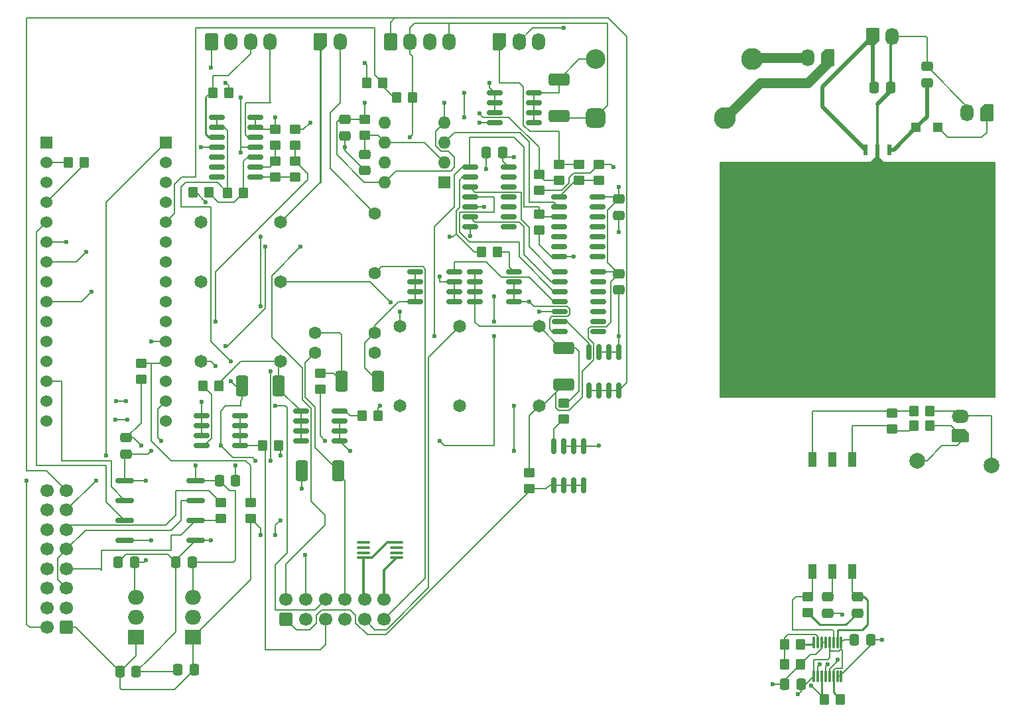
<source format=gbr>
%TF.GenerationSoftware,KiCad,Pcbnew,8.0.4*%
%TF.CreationDate,2025-02-24T12:54:05-08:00*%
%TF.ProjectId,Accumulator_Board,41636375-6d75-46c6-9174-6f725f426f61,rev?*%
%TF.SameCoordinates,Original*%
%TF.FileFunction,Copper,L1,Top*%
%TF.FilePolarity,Positive*%
%FSLAX46Y46*%
G04 Gerber Fmt 4.6, Leading zero omitted, Abs format (unit mm)*
G04 Created by KiCad (PCBNEW 8.0.4) date 2025-02-24 12:54:05*
%MOMM*%
%LPD*%
G01*
G04 APERTURE LIST*
G04 Aperture macros list*
%AMRoundRect*
0 Rectangle with rounded corners*
0 $1 Rounding radius*
0 $2 $3 $4 $5 $6 $7 $8 $9 X,Y pos of 4 corners*
0 Add a 4 corners polygon primitive as box body*
4,1,4,$2,$3,$4,$5,$6,$7,$8,$9,$2,$3,0*
0 Add four circle primitives for the rounded corners*
1,1,$1+$1,$2,$3*
1,1,$1+$1,$4,$5*
1,1,$1+$1,$6,$7*
1,1,$1+$1,$8,$9*
0 Add four rect primitives between the rounded corners*
20,1,$1+$1,$2,$3,$4,$5,0*
20,1,$1+$1,$4,$5,$6,$7,0*
20,1,$1+$1,$6,$7,$8,$9,0*
20,1,$1+$1,$8,$9,$2,$3,0*%
%AMFreePoly0*
4,1,22,0.945671,0.830970,1.026777,0.776777,1.080970,0.695671,1.100000,0.600000,1.100000,-0.600000,1.080970,-0.695671,1.026777,-0.776777,0.945671,-0.830970,0.850000,-0.850000,-0.450000,-0.850000,-0.545671,-0.830970,-0.626777,-0.776777,-1.026777,-0.376777,-1.080970,-0.295671,-1.100000,-0.200000,-1.100000,0.600000,-1.080970,0.695671,-1.026777,0.776777,-0.945671,0.830970,-0.850000,0.850000,
0.850000,0.850000,0.945671,0.830970,0.945671,0.830970,$1*%
G04 Aperture macros list end*
%TA.AperFunction,Conductor*%
%ADD10C,0.200000*%
%TD*%
%TA.AperFunction,EtchedComponent*%
%ADD11C,0.000000*%
%TD*%
%TA.AperFunction,ComponentPad*%
%ADD12RoundRect,0.250000X0.600000X0.600000X-0.600000X0.600000X-0.600000X-0.600000X0.600000X-0.600000X0*%
%TD*%
%TA.AperFunction,ComponentPad*%
%ADD13C,1.700000*%
%TD*%
%TA.AperFunction,SMDPad,CuDef*%
%ADD14RoundRect,0.249999X-0.512501X-1.075001X0.512501X-1.075001X0.512501X1.075001X-0.512501X1.075001X0*%
%TD*%
%TA.AperFunction,SMDPad,CuDef*%
%ADD15RoundRect,0.250000X0.450000X-0.350000X0.450000X0.350000X-0.450000X0.350000X-0.450000X-0.350000X0*%
%TD*%
%TA.AperFunction,ComponentPad*%
%ADD16R,1.530000X1.530000*%
%TD*%
%TA.AperFunction,ComponentPad*%
%ADD17C,1.530000*%
%TD*%
%TA.AperFunction,ComponentPad*%
%ADD18FreePoly0,180.000000*%
%TD*%
%TA.AperFunction,ComponentPad*%
%ADD19O,2.200000X1.700000*%
%TD*%
%TA.AperFunction,SMDPad,CuDef*%
%ADD20RoundRect,0.250000X0.350000X0.450000X-0.350000X0.450000X-0.350000X-0.450000X0.350000X-0.450000X0*%
%TD*%
%TA.AperFunction,SMDPad,CuDef*%
%ADD21RoundRect,0.250000X0.337500X0.475000X-0.337500X0.475000X-0.337500X-0.475000X0.337500X-0.475000X0*%
%TD*%
%TA.AperFunction,SMDPad,CuDef*%
%ADD22RoundRect,0.250000X-0.350000X-0.450000X0.350000X-0.450000X0.350000X0.450000X-0.350000X0.450000X0*%
%TD*%
%TA.AperFunction,SMDPad,CuDef*%
%ADD23RoundRect,0.150000X-0.150000X0.825000X-0.150000X-0.825000X0.150000X-0.825000X0.150000X0.825000X0*%
%TD*%
%TA.AperFunction,ComponentPad*%
%ADD24C,2.000000*%
%TD*%
%TA.AperFunction,SMDPad,CuDef*%
%ADD25RoundRect,0.249999X0.512501X1.075001X-0.512501X1.075001X-0.512501X-1.075001X0.512501X-1.075001X0*%
%TD*%
%TA.AperFunction,SMDPad,CuDef*%
%ADD26RoundRect,0.250000X-0.450000X0.350000X-0.450000X-0.350000X0.450000X-0.350000X0.450000X0.350000X0*%
%TD*%
%TA.AperFunction,SMDPad,CuDef*%
%ADD27RoundRect,0.249999X1.075001X-0.512501X1.075001X0.512501X-1.075001X0.512501X-1.075001X-0.512501X0*%
%TD*%
%TA.AperFunction,ComponentPad*%
%ADD28RoundRect,0.250000X0.600000X-0.850000X0.600000X0.850000X-0.600000X0.850000X-0.600000X-0.850000X0*%
%TD*%
%TA.AperFunction,ComponentPad*%
%ADD29O,1.700000X2.200000*%
%TD*%
%TA.AperFunction,SMDPad,CuDef*%
%ADD30R,0.533400X1.397000*%
%TD*%
%TA.AperFunction,ComponentPad*%
%ADD31C,1.608074*%
%TD*%
%TA.AperFunction,SMDPad,CuDef*%
%ADD32RoundRect,0.250000X-0.475000X0.337500X-0.475000X-0.337500X0.475000X-0.337500X0.475000X0.337500X0*%
%TD*%
%TA.AperFunction,ComponentPad*%
%ADD33C,1.651000*%
%TD*%
%TA.AperFunction,ComponentPad*%
%ADD34R,2.000000X1.905000*%
%TD*%
%TA.AperFunction,ComponentPad*%
%ADD35O,2.000000X1.905000*%
%TD*%
%TA.AperFunction,SMDPad,CuDef*%
%ADD36RoundRect,0.150000X-0.825000X-0.150000X0.825000X-0.150000X0.825000X0.150000X-0.825000X0.150000X0*%
%TD*%
%TA.AperFunction,SMDPad,CuDef*%
%ADD37RoundRect,0.150000X0.825000X0.150000X-0.825000X0.150000X-0.825000X-0.150000X0.825000X-0.150000X0*%
%TD*%
%TA.AperFunction,SMDPad,CuDef*%
%ADD38RoundRect,0.250000X0.475000X-0.337500X0.475000X0.337500X-0.475000X0.337500X-0.475000X-0.337500X0*%
%TD*%
%TA.AperFunction,ComponentPad*%
%ADD39FreePoly0,90.000000*%
%TD*%
%TA.AperFunction,SMDPad,CuDef*%
%ADD40RoundRect,0.250000X-0.337500X-0.475000X0.337500X-0.475000X0.337500X0.475000X-0.337500X0.475000X0*%
%TD*%
%TA.AperFunction,SMDPad,CuDef*%
%ADD41RoundRect,0.075000X0.075000X-0.650000X0.075000X0.650000X-0.075000X0.650000X-0.075000X-0.650000X0*%
%TD*%
%TA.AperFunction,ComponentPad*%
%ADD42RoundRect,0.625000X-0.625000X-0.625000X0.625000X-0.625000X0.625000X0.625000X-0.625000X0.625000X0*%
%TD*%
%TA.AperFunction,ComponentPad*%
%ADD43C,2.800000*%
%TD*%
%TA.AperFunction,ComponentPad*%
%ADD44C,2.500000*%
%TD*%
%TA.AperFunction,ComponentPad*%
%ADD45R,1.600000X1.600000*%
%TD*%
%TA.AperFunction,ComponentPad*%
%ADD46O,1.600000X1.600000*%
%TD*%
%TA.AperFunction,SMDPad,CuDef*%
%ADD47RoundRect,0.100000X0.712500X0.100000X-0.712500X0.100000X-0.712500X-0.100000X0.712500X-0.100000X0*%
%TD*%
%TA.AperFunction,SMDPad,CuDef*%
%ADD48R,1.200000X1.200000*%
%TD*%
%TA.AperFunction,SMDPad,CuDef*%
%ADD49RoundRect,0.162500X-1.012500X-0.162500X1.012500X-0.162500X1.012500X0.162500X-1.012500X0.162500X0*%
%TD*%
%TA.AperFunction,ComponentPad*%
%ADD50FreePoly0,270.000000*%
%TD*%
%TA.AperFunction,SMDPad,CuDef*%
%ADD51R,1.020000X1.890000*%
%TD*%
%TA.AperFunction,ComponentPad*%
%ADD52RoundRect,0.250000X0.600000X-0.600000X0.600000X0.600000X-0.600000X0.600000X-0.600000X-0.600000X0*%
%TD*%
%TA.AperFunction,ViaPad*%
%ADD53C,0.600000*%
%TD*%
%TA.AperFunction,Conductor*%
%ADD54C,0.500000*%
%TD*%
%TA.AperFunction,Conductor*%
%ADD55C,0.300000*%
%TD*%
%TA.AperFunction,Conductor*%
%ADD56C,0.250000*%
%TD*%
%TA.AperFunction,Conductor*%
%ADD57C,1.250000*%
%TD*%
G04 APERTURE END LIST*
%TO.N,/TS-*%
D10*
X112040000Y-41275000D02*
X147040000Y-41275000D01*
X147040000Y-71275000D01*
X112040000Y-71275000D01*
X112040000Y-41275000D01*
%TA.AperFunction,Conductor*%
G36*
X112040000Y-41275000D02*
G01*
X147040000Y-41275000D01*
X147040000Y-71275000D01*
X112040000Y-71275000D01*
X112040000Y-41275000D01*
G37*
%TD.AperFunction*%
D11*
%TA.AperFunction,EtchedComponent*%
%TD*%
%TO.C,U15*%
G36*
X132346700Y-40576500D02*
G01*
X132880100Y-41084500D01*
X132880100Y-43751500D01*
X132492750Y-43751500D01*
X131667250Y-43751500D01*
X131279900Y-43751500D01*
X131279900Y-41084500D01*
X131813300Y-40576500D01*
X131813300Y-40055800D01*
X132346700Y-40055800D01*
X132346700Y-40576500D01*
G37*
%TD.AperFunction*%
D12*
%TO.P,J11,1,Pin_1*%
%TO.N,+12V*%
X28575000Y-100685000D03*
D13*
%TO.P,J11,2,Pin_2*%
%TO.N,GND*%
X28575000Y-98185000D03*
%TO.P,J11,3,Pin_3*%
%TO.N,/CAN_H1*%
X28575000Y-95685000D03*
%TO.P,J11,4,Pin_4*%
%TO.N,/CAN_L1*%
X28575000Y-93185000D03*
%TO.P,J11,5,Pin_5*%
%TO.N,/CAN_H1*%
X28575000Y-90685000D03*
%TO.P,J11,6,Pin_6*%
%TO.N,/CAN_L_RES1*%
X28575000Y-88185000D03*
%TO.P,J11,7,Pin_7*%
%TO.N,/Fan_PWM*%
X28575000Y-85685000D03*
%TO.P,J11,8,Pin_8*%
%TO.N,/IR+_GND*%
X28575000Y-83185000D03*
%TO.P,J11,9,Pin_9*%
%TO.N,/Charge_State*%
X26075000Y-100685000D03*
%TO.P,J11,10,Pin_10*%
%TO.N,unconnected-(J11-Pin_10-Pad10)*%
X26075000Y-98185000D03*
%TO.P,J11,11,Pin_11*%
%TO.N,unconnected-(J11-Pin_11-Pad11)*%
X26075000Y-95685000D03*
%TO.P,J11,12,Pin_12*%
%TO.N,unconnected-(J11-Pin_12-Pad12)*%
X26075000Y-93185000D03*
%TO.P,J11,13,Pin_13*%
%TO.N,unconnected-(J11-Pin_13-Pad13)*%
X26075000Y-90685000D03*
%TO.P,J11,14,Pin_14*%
%TO.N,unconnected-(J11-Pin_14-Pad14)*%
X26075000Y-88185000D03*
%TO.P,J11,15,Pin_15*%
%TO.N,unconnected-(J11-Pin_15-Pad15)*%
X26075000Y-85685000D03*
%TO.P,J11,16,Pin_16*%
%TO.N,unconnected-(J11-Pin_16-Pad16)*%
X26075000Y-83185000D03*
%TD*%
D14*
%TO.P,D5,1,K*%
%TO.N,Net-(D5-K)*%
X63702500Y-69215000D03*
%TO.P,D5,2,A*%
%TO.N,/LATCH_RL*%
X68377500Y-69215000D03*
%TD*%
D15*
%TO.P,R3,1*%
%TO.N,/Amp_Curr_Sensor*%
X57785000Y-39100000D03*
%TO.P,R3,2*%
%TO.N,GND*%
X57785000Y-37100000D03*
%TD*%
D16*
%TO.P,U2,CN3_1,PA9*%
%TO.N,unconnected-(U2A-PA9-PadCN3_1)*%
X26035000Y-38735000D03*
D17*
%TO.P,U2,CN3_2,PA10*%
%TO.N,/Charge_State*%
X26035000Y-41275000D03*
%TO.P,U2,CN3_3,NRST*%
%TO.N,unconnected-(U2A-NRST-PadCN3_3)*%
X26035000Y-43815000D03*
%TO.P,U2,CN3_4,GND*%
%TO.N,GND*%
X26035000Y-46355000D03*
%TO.P,U2,CN3_5,PA12*%
%TO.N,/CAN1_TD*%
X26035000Y-48895000D03*
%TO.P,U2,CN3_6,PB0*%
%TO.N,/IMD_Status*%
X26035000Y-51435000D03*
%TO.P,U2,CN3_7,PB7*%
%TO.N,/BMS_FAULT_3.3V*%
X26035000Y-53975000D03*
%TO.P,U2,CN3_8,PB6*%
%TO.N,unconnected-(U2A-PB6-PadCN3_8)*%
X26035000Y-56515000D03*
%TO.P,U2,CN3_9,PB1*%
%TO.N,/Precharge_Control*%
X26035000Y-59055000D03*
%TO.P,U2,CN3_10,D7*%
%TO.N,unconnected-(U2A-D7-PadCN3_10)*%
X26035000Y-61595000D03*
%TO.P,U2,CN3_11,D8*%
%TO.N,unconnected-(U2A-D8-PadCN3_11)*%
X26035000Y-64135000D03*
%TO.P,U2,CN3_12,PA8*%
%TO.N,unconnected-(U2A-PA8-PadCN3_12)*%
X26035000Y-66675000D03*
%TO.P,U2,CN3_13,PA11*%
%TO.N,/CAN1_RD*%
X26035000Y-69215000D03*
%TO.P,U2,CN3_14,PB5*%
%TO.N,/MOSI*%
X26035000Y-71755000D03*
%TO.P,U2,CN3_15,PB4*%
%TO.N,/MISO*%
X26035000Y-74295000D03*
D16*
%TO.P,U2,CN4_1,VIN*%
%TO.N,+9V*%
X41275000Y-38735000D03*
D17*
%TO.P,U2,CN4_2,GND*%
%TO.N,GND*%
X41275000Y-41275000D03*
%TO.P,U2,CN4_3,NRST*%
%TO.N,unconnected-(U2A-NRST-PadCN4_3)*%
X41275000Y-43815000D03*
%TO.P,U2,CN4_4,5V*%
%TO.N,unconnected-(U2A-5V-PadCN4_4)*%
X41275000Y-46355000D03*
%TO.P,U2,CN4_5,PA2*%
%TO.N,/Shutdown_Measure*%
X41275000Y-48895000D03*
%TO.P,U2,CN4_6,PA7*%
%TO.N,unconnected-(U2A-PA7-PadCN4_6)*%
X41275000Y-51435000D03*
%TO.P,U2,CN4_7,PA6*%
%TO.N,unconnected-(U2A-PA6-PadCN4_7)*%
X41275000Y-53975000D03*
%TO.P,U2,CN4_8,PA5*%
%TO.N,unconnected-(U2A-PA5-PadCN4_8)*%
X41275000Y-56515000D03*
%TO.P,U2,CN4_9,PA4*%
%TO.N,/BMS_CS*%
X41275000Y-59055000D03*
%TO.P,U2,CN4_10,PA3*%
%TO.N,/Amp_Curr_Sensor*%
X41275000Y-61595000D03*
%TO.P,U2,CN4_11,PA1*%
%TO.N,/Fan_PWM*%
X41275000Y-64135000D03*
%TO.P,U2,CN4_12,PA0*%
%TO.N,/GLV Voltage*%
X41275000Y-66675000D03*
%TO.P,U2,CN4_13,AREF*%
%TO.N,unconnected-(U2A-AREF-PadCN4_13)*%
X41275000Y-69215000D03*
%TO.P,U2,CN4_14,3V3*%
%TO.N,+3.3V*%
X41275000Y-71755000D03*
%TO.P,U2,CN4_15,PB3*%
%TO.N,/CLK*%
X41275000Y-74295000D03*
%TD*%
D15*
%TO.P,R28,1*%
%TO.N,Net-(CR4-G)*%
X92075000Y-74025000D03*
%TO.P,R28,2*%
%TO.N,/BMS_RL*%
X92075000Y-72025000D03*
%TD*%
D18*
%TO.P,J5,1,1*%
%TO.N,/Iso SPI/extIsoSPI_N*%
X142715000Y-76180000D03*
D19*
%TO.P,J5,2,2*%
%TO.N,/Iso SPI/extIsoSPI_P*%
X142715000Y-73680000D03*
%TD*%
D20*
%TO.P,R15,1*%
%TO.N,/Iso SPI/extIsoSPI_P*%
X138795000Y-73025000D03*
%TO.P,R15,2*%
%TO.N,Net-(L1-Pad3)*%
X136795000Y-73025000D03*
%TD*%
D21*
%TO.P,C10,1*%
%TO.N,+12V*%
X44852500Y-106045000D03*
%TO.P,C10,2*%
%TO.N,GND*%
X42777500Y-106045000D03*
%TD*%
D22*
%TO.P,R32,1*%
%TO.N,Net-(CR5-G)*%
X45990000Y-69850000D03*
%TO.P,R32,2*%
%TO.N,/IMD_RL*%
X47990000Y-69850000D03*
%TD*%
D23*
%TO.P,CR4,1,S*%
%TO.N,GND*%
X94615000Y-77535000D03*
%TO.P,CR4,2,S*%
X93345000Y-77535000D03*
%TO.P,CR4,3,S*%
X92075000Y-77535000D03*
%TO.P,CR4,4,G*%
%TO.N,Net-(CR4-G)*%
X90805000Y-77535000D03*
%TO.P,CR4,5,D*%
%TO.N,/BMS_LED_Control*%
X90805000Y-82485000D03*
%TO.P,CR4,6,D*%
X92075000Y-82485000D03*
%TO.P,CR4,7,D*%
X93345000Y-82485000D03*
%TO.P,CR4,8,D*%
X94615000Y-82485000D03*
%TD*%
D24*
%TO.P,TP2,1,1*%
%TO.N,/Iso SPI/extIsoSPI_N*%
X137160000Y-79375000D03*
%TD*%
D15*
%TO.P,R27,1*%
%TO.N,Net-(R26-Pad2)*%
X96520000Y-43545000D03*
%TO.P,R27,2*%
%TO.N,GND*%
X96520000Y-41545000D03*
%TD*%
D20*
%TO.P,R7,1*%
%TO.N,Net-(U5A-+)*%
X51165000Y-45161200D03*
%TO.P,R7,2*%
%TO.N,/Current_Vout*%
X49165000Y-45161200D03*
%TD*%
D21*
%TO.P,C5,1*%
%TO.N,+3.3V*%
X122322500Y-107950000D03*
%TO.P,C5,2*%
%TO.N,GND*%
X120247500Y-107950000D03*
%TD*%
D22*
%TO.P,R9,1*%
%TO.N,/Raw_Curr_Out*%
X47260000Y-32385000D03*
%TO.P,R9,2*%
%TO.N,GND*%
X49260000Y-32385000D03*
%TD*%
%TO.P,R11,1*%
%TO.N,/Iso SPI/ICMP*%
X120285000Y-102870000D03*
%TO.P,R11,2*%
%TO.N,/Iso SPI/IBIAS*%
X122285000Y-102870000D03*
%TD*%
D25*
%TO.P,D6,1,K*%
%TO.N,/SH_RESET*%
X63297500Y-80645000D03*
%TO.P,D6,2,A*%
%TO.N,GND*%
X58622500Y-80645000D03*
%TD*%
D26*
%TO.P,R14,1*%
%TO.N,Net-(L1-Pad3)*%
X133985000Y-73295000D03*
%TO.P,R14,2*%
%TO.N,Net-(L1-Pad1)*%
X133985000Y-75295000D03*
%TD*%
D22*
%TO.P,R6,1*%
%TO.N,GND*%
X44720000Y-45110400D03*
%TO.P,R6,2*%
%TO.N,Net-(U5A-+)*%
X46720000Y-45110400D03*
%TD*%
D27*
%TO.P,D7,1,K*%
%TO.N,/IR+_12V*%
X91440000Y-35357500D03*
%TO.P,D7,2,A*%
%TO.N,Net-(D7-A)*%
X91440000Y-30682500D03*
%TD*%
D28*
%TO.P,J7,1,1*%
%TO.N,/IR+_GND*%
X69910000Y-25875000D03*
D29*
%TO.P,J7,2,2*%
%TO.N,/IR+_12V*%
X72410000Y-25875000D03*
%TO.P,J7,3,3*%
%TO.N,GND*%
X74910000Y-25875000D03*
%TO.P,J7,4,4*%
%TO.N,/IR+_12V*%
X77410000Y-25875000D03*
%TD*%
D30*
%TO.P,U15,1,VI*%
%TO.N,Net-(D8-A)*%
X133580000Y-39649400D03*
%TO.P,U15,2,GND*%
%TO.N,/TS-*%
X132080000Y-39649400D03*
%TO.P,U15,3,VO*%
%TO.N,/HVIL*%
X130580000Y-39649400D03*
%TD*%
D31*
%TO.P,K4,1*%
%TO.N,GND*%
X67945000Y-65571000D03*
%TO.P,K4,2*%
%TO.N,/LATCH_RL*%
X67945000Y-63031000D03*
%TO.P,K4,3*%
%TO.N,/Shutdown_ACC_Out*%
X67945000Y-55411000D03*
%TO.P,K4,4*%
%TO.N,/Shutdown_ACC_IL_TP*%
X67945000Y-47791000D03*
%TO.P,K4,5*%
%TO.N,Net-(D5-K)*%
X60325000Y-63031000D03*
%TO.P,K4,6*%
%TO.N,/SH_RESET*%
X60325000Y-65571000D03*
%TD*%
D32*
%TO.P,C17,1*%
%TO.N,Net-(U12-THR)*%
X66675000Y-40237500D03*
%TO.P,C17,2*%
%TO.N,GND*%
X66675000Y-42312500D03*
%TD*%
D20*
%TO.P,R33,1*%
%TO.N,+5V*%
X55610000Y-77470000D03*
%TO.P,R33,2*%
%TO.N,/IMD_LED_Control*%
X53610000Y-77470000D03*
%TD*%
D33*
%TO.P,K3,1,-*%
%TO.N,/IMD_RL*%
X55880000Y-66675000D03*
%TO.P,K3,3*%
%TO.N,/Shutdown_ACC_BMS_TP*%
X55880000Y-56515000D03*
%TO.P,K3,4*%
%TO.N,/Shutdown_ACC_IMD_TP*%
X55880000Y-48895000D03*
%TO.P,K3,5*%
%TO.N,unconnected-(K3-Pad5)*%
X45720000Y-48895000D03*
%TO.P,K3,6*%
%TO.N,unconnected-(K3-Pad6)*%
X45720000Y-56515000D03*
%TO.P,K3,8,+*%
%TO.N,+5V*%
X45720000Y-66675000D03*
%TD*%
D34*
%TO.P,U9,1,IN*%
%TO.N,+12V*%
X44760000Y-101895000D03*
D35*
%TO.P,U9,2,GND*%
%TO.N,GND*%
X44760000Y-99355000D03*
%TO.P,U9,3,OUT*%
%TO.N,+5V*%
X44760000Y-96815000D03*
%TD*%
D36*
%TO.P,CR5,1,S*%
%TO.N,GND*%
X45785000Y-73660000D03*
%TO.P,CR5,2,S*%
X45785000Y-74930000D03*
%TO.P,CR5,3,S*%
X45785000Y-76200000D03*
%TO.P,CR5,4,G*%
%TO.N,Net-(CR5-G)*%
X45785000Y-77470000D03*
%TO.P,CR5,5,D*%
%TO.N,/IMD_LED_Control*%
X50735000Y-77470000D03*
%TO.P,CR5,6,D*%
X50735000Y-76200000D03*
%TO.P,CR5,7,D*%
X50735000Y-74930000D03*
%TO.P,CR5,8,D*%
X50735000Y-73660000D03*
%TD*%
D26*
%TO.P,R29,1*%
%TO.N,+5V*%
X87630000Y-80915000D03*
%TO.P,R29,2*%
%TO.N,/BMS_LED_Control*%
X87630000Y-82915000D03*
%TD*%
D37*
%TO.P,CR1,1,S*%
%TO.N,GND*%
X63435000Y-76835000D03*
%TO.P,CR1,2,S*%
X63435000Y-75565000D03*
%TO.P,CR1,3,S*%
X63435000Y-74295000D03*
%TO.P,CR1,4,G*%
%TO.N,Net-(CR1-G)*%
X63435000Y-73025000D03*
%TO.P,CR1,5,D*%
%TO.N,/IMD_RL*%
X58485000Y-73025000D03*
%TO.P,CR1,6,D*%
X58485000Y-74295000D03*
%TO.P,CR1,7,D*%
X58485000Y-75565000D03*
%TO.P,CR1,8,D*%
X58485000Y-76835000D03*
%TD*%
D27*
%TO.P,D2,1,K*%
%TO.N,+5V*%
X92075000Y-69647500D03*
%TO.P,D2,2,A*%
%TO.N,/BMS_RL*%
X92075000Y-64972500D03*
%TD*%
D20*
%TO.P,R18,1*%
%TO.N,/Shutdown_Measure*%
X68945000Y-31115000D03*
%TO.P,R18,2*%
%TO.N,GND*%
X66945000Y-31115000D03*
%TD*%
D15*
%TO.P,R21,1*%
%TO.N,GND*%
X88900000Y-44815000D03*
%TO.P,R21,2*%
%TO.N,/IMD_Status*%
X88900000Y-42815000D03*
%TD*%
D38*
%TO.P,C22,1*%
%TO.N,GND*%
X99060000Y-48027500D03*
%TO.P,C22,2*%
%TO.N,+5V*%
X99060000Y-45952500D03*
%TD*%
D39*
%TO.P,J6,1,1*%
%TO.N,/Shutdown_ACC_IMD_TP*%
X60980000Y-25875000D03*
D29*
%TO.P,J6,2,2*%
%TO.N,/Shutdown_ACC_IL_TP*%
X63480000Y-25875000D03*
%TD*%
D40*
%TO.P,C6,1*%
%TO.N,+3.3V*%
X129137500Y-102235000D03*
%TO.P,C6,2*%
%TO.N,GND*%
X131212500Y-102235000D03*
%TD*%
D15*
%TO.P,R5,1*%
%TO.N,Net-(R4-Pad2)*%
X55245000Y-43130000D03*
%TO.P,R5,2*%
%TO.N,Net-(U5A--)*%
X55245000Y-41130000D03*
%TD*%
D20*
%TO.P,R16,1*%
%TO.N,/Iso SPI/extIsoSPI_N*%
X138795000Y-74930000D03*
%TO.P,R16,2*%
%TO.N,Net-(L1-Pad1)*%
X136795000Y-74930000D03*
%TD*%
%TO.P,R12,1*%
%TO.N,GND*%
X122285000Y-105410000D03*
%TO.P,R12,2*%
%TO.N,/Iso SPI/ICMP*%
X120285000Y-105410000D03*
%TD*%
D33*
%TO.P,K1,1,-*%
%TO.N,/BMS_RL*%
X88887300Y-62230000D03*
%TO.P,K1,3*%
%TO.N,/Shutdown_ACC_In*%
X78727300Y-62230000D03*
%TO.P,K1,4*%
%TO.N,/Shutdown_ACC_BMS_TP*%
X71107300Y-62230000D03*
%TO.P,K1,5*%
%TO.N,unconnected-(K1-Pad5)*%
X71107300Y-72390000D03*
%TO.P,K1,6*%
%TO.N,unconnected-(K1-Pad6)*%
X78727300Y-72390000D03*
%TO.P,K1,8,+*%
%TO.N,+5V*%
X88887300Y-72390000D03*
%TD*%
D28*
%TO.P,J4,1,1*%
%TO.N,+5V*%
X47050000Y-25875000D03*
D29*
%TO.P,J4,2,2*%
%TO.N,GND*%
X49550000Y-25875000D03*
%TO.P,J4,3,3*%
%TO.N,/Raw_Curr_Out*%
X52050000Y-25875000D03*
%TO.P,J4,4,4*%
%TO.N,/Raw_Curr_VRef*%
X54550000Y-25875000D03*
%TD*%
D39*
%TO.P,J1,1,1*%
%TO.N,/IMD_FAULT_12V*%
X83840000Y-25875000D03*
D29*
%TO.P,J1,2,2*%
%TO.N,+12V*%
X86340000Y-25875000D03*
%TO.P,J1,3,3*%
%TO.N,GND*%
X88840000Y-25875000D03*
%TD*%
D41*
%TO.P,U8,1,EN*%
%TO.N,+3.3V*%
X123980000Y-106925000D03*
%TO.P,U8,2,MOSI*%
%TO.N,/MOSI*%
X124480000Y-106925000D03*
%TO.P,U8,3,MISO*%
%TO.N,/MISO*%
X124980000Y-106925000D03*
%TO.P,U8,4,SCK*%
%TO.N,/CLK*%
X125480000Y-106925000D03*
%TO.P,U8,5,CS*%
%TO.N,/BMS_CS*%
X125980000Y-106925000D03*
%TO.P,U8,6,V_DDS*%
%TO.N,+3.3V*%
X126480000Y-106925000D03*
%TO.P,U8,7,POL*%
%TO.N,GND*%
X126980000Y-106925000D03*
%TO.P,U8,8,PHA*%
X127480000Y-106925000D03*
%TO.P,U8,9,V_DD*%
%TO.N,+3.3V*%
X127480000Y-102625000D03*
%TO.P,U8,10,IM*%
%TO.N,/Iso SPI/isoSPI_-*%
X126980000Y-102625000D03*
%TO.P,U8,11,IP*%
%TO.N,/Iso SPI/isoSPI_+*%
X126480000Y-102625000D03*
%TO.P,U8,12,MSTR*%
%TO.N,+3.3V*%
X125980000Y-102625000D03*
%TO.P,U8,13,SLOW*%
%TO.N,GND*%
X125480000Y-102625000D03*
%TO.P,U8,14,GND*%
X124980000Y-102625000D03*
%TO.P,U8,15,ICMP*%
%TO.N,/Iso SPI/ICMP*%
X124480000Y-102625000D03*
%TO.P,U8,16,IBIAS*%
%TO.N,/Iso SPI/IBIAS*%
X123980000Y-102625000D03*
%TD*%
D40*
%TO.P,C18,1*%
%TO.N,GND*%
X82147500Y-40005000D03*
%TO.P,C18,2*%
%TO.N,+5V*%
X84222500Y-40005000D03*
%TD*%
D37*
%TO.P,CR3,1,S*%
%TO.N,GND*%
X85660000Y-59055000D03*
%TO.P,CR3,2,S*%
X85660000Y-57785000D03*
%TO.P,CR3,3,S*%
X85660000Y-56515000D03*
%TO.P,CR3,4,G*%
%TO.N,Net-(CR3-G)*%
X85660000Y-55245000D03*
%TO.P,CR3,5,D*%
%TO.N,/BMS_RL*%
X80710000Y-55245000D03*
%TO.P,CR3,6,D*%
X80710000Y-56515000D03*
%TO.P,CR3,7,D*%
X80710000Y-57785000D03*
%TO.P,CR3,8,D*%
X80710000Y-59055000D03*
%TD*%
D20*
%TO.P,R30,1*%
%TO.N,Net-(CR3-G)*%
X83550000Y-52705000D03*
%TO.P,R30,2*%
%TO.N,/BMS_FAULT_3.3V*%
X81550000Y-52705000D03*
%TD*%
D42*
%TO.P,K2,1*%
%TO.N,/IR+_12V*%
X96120000Y-35590000D03*
D43*
%TO.P,K2,2*%
%TO.N,Net-(J8-Pad1)*%
X112620000Y-35590000D03*
%TO.P,K2,3*%
%TO.N,Net-(J8-Pad2)*%
X116120000Y-28090000D03*
D44*
%TO.P,K2,4*%
%TO.N,Net-(D7-A)*%
X96120000Y-28090000D03*
%TD*%
D37*
%TO.P,CR2,1,S*%
%TO.N,GND*%
X78040000Y-59055000D03*
%TO.P,CR2,2,S*%
X78040000Y-57785000D03*
%TO.P,CR2,3,S*%
X78040000Y-56515000D03*
%TO.P,CR2,4,G*%
%TO.N,Net-(CR2-G)*%
X78040000Y-55245000D03*
%TO.P,CR2,5,D*%
%TO.N,/LATCH_RL*%
X73090000Y-55245000D03*
%TO.P,CR2,6,D*%
X73090000Y-56515000D03*
%TO.P,CR2,7,D*%
X73090000Y-57785000D03*
%TO.P,CR2,8,D*%
X73090000Y-59055000D03*
%TD*%
D22*
%TO.P,R10,1*%
%TO.N,/MISO*%
X125365000Y-109855000D03*
%TO.P,R10,2*%
%TO.N,+3.3V*%
X127365000Y-109855000D03*
%TD*%
D21*
%TO.P,C1,1*%
%TO.N,GND*%
X50165000Y-81915000D03*
%TO.P,C1,2*%
%TO.N,+5V*%
X48090000Y-81915000D03*
%TD*%
D36*
%TO.P,U7,1*%
%TO.N,/IMD_DELAY*%
X80075000Y-41910000D03*
%TO.P,U7,2*%
%TO.N,/BMS_FAULT_3.3V*%
X80075000Y-43180000D03*
%TO.P,U7,3*%
%TO.N,Net-(U16-Pad1)*%
X80075000Y-44450000D03*
%TO.P,U7,4*%
%TO.N,Net-(U16-Pad3)*%
X80075000Y-45720000D03*
%TO.P,U7,5*%
%TO.N,/BSPD_FAULT_5V*%
X80075000Y-46990000D03*
%TO.P,U7,6*%
%TO.N,/TSSI_TP*%
X80075000Y-48260000D03*
%TO.P,U7,7,GND*%
%TO.N,GND*%
X80075000Y-49530000D03*
%TO.P,U7,8*%
%TO.N,N/C*%
X85025000Y-49530000D03*
%TO.P,U7,9*%
X85025000Y-48260000D03*
%TO.P,U7,10*%
X85025000Y-46990000D03*
%TO.P,U7,11*%
X85025000Y-45720000D03*
%TO.P,U7,12*%
X85025000Y-44450000D03*
%TO.P,U7,13*%
X85025000Y-43180000D03*
%TO.P,U7,14,VCC*%
%TO.N,+5V*%
X85025000Y-41910000D03*
%TD*%
D14*
%TO.P,D4,1,K*%
%TO.N,+5V*%
X51002500Y-69850000D03*
%TO.P,D4,2,A*%
%TO.N,/IMD_RL*%
X55677500Y-69850000D03*
%TD*%
D38*
%TO.P,C9,1*%
%TO.N,GND*%
X99060000Y-57552500D03*
%TO.P,C9,2*%
%TO.N,+5V*%
X99060000Y-55477500D03*
%TD*%
D23*
%TO.P,Q1,1,S*%
%TO.N,GND*%
X99060000Y-65470000D03*
%TO.P,Q1,2,S*%
X97790000Y-65470000D03*
%TO.P,Q1,3,S*%
X96520000Y-65470000D03*
%TO.P,Q1,4,G*%
%TO.N,Net-(Q1-G)*%
X95250000Y-65470000D03*
%TO.P,Q1,5,D*%
%TO.N,/IR+_GND*%
X95250000Y-70420000D03*
%TO.P,Q1,6,D*%
X96520000Y-70420000D03*
%TO.P,Q1,7,D*%
X97790000Y-70420000D03*
%TO.P,Q1,8,D*%
X99060000Y-70420000D03*
%TD*%
D32*
%TO.P,C8,1*%
%TO.N,Net-(C8-Pad1)*%
X125730000Y-96752500D03*
%TO.P,C8,2*%
%TO.N,GND*%
X125730000Y-98827500D03*
%TD*%
D40*
%TO.P,C11,1*%
%TO.N,+12V*%
X35390000Y-106340000D03*
%TO.P,C11,2*%
%TO.N,GND*%
X37465000Y-106340000D03*
%TD*%
D15*
%TO.P,R35,1*%
%TO.N,GND*%
X38100000Y-68945000D03*
%TO.P,R35,2*%
%TO.N,/GLV Voltage*%
X38100000Y-66945000D03*
%TD*%
D36*
%TO.P,Q2,1,S*%
%TO.N,GND*%
X83250000Y-32385000D03*
%TO.P,Q2,2,S*%
X83250000Y-33655000D03*
%TO.P,Q2,3,S*%
X83250000Y-34925000D03*
%TO.P,Q2,4,G*%
%TO.N,/Precharge_Control*%
X83250000Y-36195000D03*
%TO.P,Q2,5,D*%
%TO.N,Net-(D7-A)*%
X88200000Y-36195000D03*
%TO.P,Q2,6,D*%
X88200000Y-34925000D03*
%TO.P,Q2,7,D*%
X88200000Y-33655000D03*
%TO.P,Q2,8,D*%
X88200000Y-32385000D03*
%TD*%
D32*
%TO.P,C2,1*%
%TO.N,GND*%
X36195000Y-76432500D03*
%TO.P,C2,2*%
%TO.N,+3.3V*%
X36195000Y-78507500D03*
%TD*%
D36*
%TO.P,U16,1*%
%TO.N,Net-(U16-Pad1)*%
X91505000Y-55245000D03*
%TO.P,U16,2*%
%TO.N,/TSSI_TP*%
X91505000Y-56515000D03*
%TO.P,U16,3*%
%TO.N,Net-(U16-Pad3)*%
X91505000Y-57785000D03*
%TO.P,U16,4*%
%TO.N,Net-(CR2-G)*%
X91505000Y-59055000D03*
%TO.P,U16,5*%
%TO.N,/Precharge_Control*%
X91505000Y-60325000D03*
%TO.P,U16,6*%
%TO.N,Net-(Q1-G)*%
X91505000Y-61595000D03*
%TO.P,U16,7,VSS*%
%TO.N,GND*%
X91505000Y-62865000D03*
%TO.P,U16,8*%
%TO.N,N/C*%
X96455000Y-62865000D03*
%TO.P,U16,9*%
X96455000Y-61595000D03*
%TO.P,U16,10*%
X96455000Y-60325000D03*
%TO.P,U16,11*%
X96455000Y-59055000D03*
%TO.P,U16,12*%
X96455000Y-57785000D03*
%TO.P,U16,13*%
X96455000Y-56515000D03*
%TO.P,U16,14,VDD*%
%TO.N,+5V*%
X96455000Y-55245000D03*
%TD*%
D26*
%TO.P,R1,1*%
%TO.N,/CAN_L_RES1*%
X48260000Y-84725000D03*
%TO.P,R1,2*%
%TO.N,/CAN_L1*%
X48260000Y-86725000D03*
%TD*%
D20*
%TO.P,R2,1*%
%TO.N,GND*%
X30845000Y-41275000D03*
%TO.P,R2,2*%
%TO.N,/Charge_State*%
X28845000Y-41275000D03*
%TD*%
D37*
%TO.P,U5,1*%
%TO.N,Net-(R4-Pad2)*%
X52690000Y-43130000D03*
%TO.P,U5,2,-*%
%TO.N,Net-(U5A--)*%
X52690000Y-41860000D03*
%TO.P,U5,3,+*%
%TO.N,Net-(U5A-+)*%
X52690000Y-40590000D03*
%TO.P,U5,4,V+*%
%TO.N,+5V*%
X52690000Y-39320000D03*
%TO.P,U5,5,+*%
%TO.N,/Raw_Curr_VRef*%
X52690000Y-38050000D03*
%TO.P,U5,6,-*%
%TO.N,/Current_Vref*%
X52690000Y-36780000D03*
%TO.P,U5,7*%
X52690000Y-35510000D03*
%TO.P,U5,8*%
%TO.N,/Current_Vout*%
X47740000Y-35510000D03*
%TO.P,U5,9,-*%
X47740000Y-36780000D03*
%TO.P,U5,10,+*%
%TO.N,/Raw_Curr_Out*%
X47740000Y-38050000D03*
%TO.P,U5,11,V-*%
%TO.N,GND*%
X47740000Y-39320000D03*
%TO.P,U5,12*%
%TO.N,N/C*%
X47740000Y-40590000D03*
%TO.P,U5,13*%
X47740000Y-41860000D03*
%TO.P,U5,14*%
X47740000Y-43130000D03*
%TD*%
D45*
%TO.P,U12,1,GND*%
%TO.N,GND*%
X76825000Y-43805000D03*
D46*
%TO.P,U12,2,TR*%
%TO.N,Net-(U12-THR)*%
X76825000Y-41265000D03*
%TO.P,U12,3,Q*%
%TO.N,Net-(U12-Q)*%
X76825000Y-38725000D03*
%TO.P,U12,4,R*%
%TO.N,+5V*%
X76825000Y-36185000D03*
%TO.P,U12,5,CV*%
%TO.N,unconnected-(U12-CV-Pad5)*%
X69205000Y-36185000D03*
%TO.P,U12,6,THR*%
%TO.N,Net-(U12-THR)*%
X69205000Y-38725000D03*
%TO.P,U12,7,DIS*%
%TO.N,unconnected-(U12-DIS-Pad7)*%
X69205000Y-41265000D03*
%TO.P,U12,8,VCC*%
%TO.N,+5V*%
X69205000Y-43805000D03*
%TD*%
D39*
%TO.P,J10,1,Pin_1*%
%TO.N,/HVIL*%
X131465000Y-25240000D03*
D29*
%TO.P,J10,2,Pin_2*%
%TO.N,/TS-*%
X133965000Y-25240000D03*
%TD*%
D26*
%TO.P,R19,1*%
%TO.N,/IMD_DELAY*%
X88900000Y-47895000D03*
%TO.P,R19,2*%
%TO.N,GND*%
X88900000Y-49895000D03*
%TD*%
D47*
%TO.P,U6,1,DQ*%
%TO.N,/Temp_Sense_One_Wire*%
X70692500Y-91780000D03*
%TO.P,U6,2,NC*%
%TO.N,unconnected-(U6-NC-Pad2)*%
X70692500Y-91130000D03*
%TO.P,U6,3,NC*%
%TO.N,unconnected-(U6-NC-Pad3)*%
X70692500Y-90480000D03*
%TO.P,U6,4,GND*%
%TO.N,/Temp_Sense_GND*%
X70692500Y-89830000D03*
%TO.P,U6,5,NC*%
%TO.N,unconnected-(U6-NC-Pad5)*%
X66467500Y-89830000D03*
%TO.P,U6,6,NC*%
%TO.N,unconnected-(U6-NC-Pad6)*%
X66467500Y-90480000D03*
%TO.P,U6,7,NC*%
%TO.N,unconnected-(U6-NC-Pad7)*%
X66467500Y-91130000D03*
%TO.P,U6,8,V_{DD}*%
%TO.N,/Temp_Sense_GND*%
X66467500Y-91780000D03*
%TD*%
D26*
%TO.P,R4,1*%
%TO.N,/Amp_Curr_Sensor*%
X57785000Y-41130000D03*
%TO.P,R4,2*%
%TO.N,Net-(R4-Pad2)*%
X57785000Y-43130000D03*
%TD*%
D48*
%TO.P,D8,1,K*%
%TO.N,/TS+*%
X139830000Y-36830000D03*
%TO.P,D8,2,A*%
%TO.N,Net-(D8-A)*%
X137030000Y-36830000D03*
%TD*%
D15*
%TO.P,R8,1*%
%TO.N,Net-(U5A--)*%
X55245000Y-39100000D03*
%TO.P,R8,2*%
%TO.N,/Current_Vref*%
X55245000Y-37100000D03*
%TD*%
D26*
%TO.P,R36,1*%
%TO.N,/GLV Voltage*%
X52070000Y-84725000D03*
%TO.P,R36,2*%
%TO.N,+12V*%
X52070000Y-86725000D03*
%TD*%
D21*
%TO.P,C14,1*%
%TO.N,+5V*%
X44620000Y-92370000D03*
%TO.P,C14,2*%
%TO.N,GND*%
X42545000Y-92370000D03*
%TD*%
D15*
%TO.P,R22,1*%
%TO.N,+12V*%
X60960000Y-70215000D03*
%TO.P,R22,2*%
%TO.N,Net-(D5-K)*%
X60960000Y-68215000D03*
%TD*%
D34*
%TO.P,U10,1,VI*%
%TO.N,+12V*%
X37465000Y-101895000D03*
D35*
%TO.P,U10,2,GND*%
%TO.N,GND*%
X37465000Y-99355000D03*
%TO.P,U10,3,VO*%
%TO.N,+9V*%
X37465000Y-96815000D03*
%TD*%
D36*
%TO.P,U4,1*%
%TO.N,Net-(R26-Pad2)*%
X91440000Y-45720000D03*
%TO.P,U4,2*%
%TO.N,Net-(U12-Q)*%
X91440000Y-46990000D03*
%TO.P,U4,3*%
%TO.N,/IMD_DELAY*%
X91440000Y-48260000D03*
%TO.P,U4,4*%
%TO.N,N/C*%
X91440000Y-49530000D03*
%TO.P,U4,5*%
X91440000Y-50800000D03*
%TO.P,U4,6*%
X91440000Y-52070000D03*
%TO.P,U4,7,GND*%
%TO.N,GND*%
X91440000Y-53340000D03*
%TO.P,U4,8*%
%TO.N,N/C*%
X96390000Y-53340000D03*
%TO.P,U4,9*%
X96390000Y-52070000D03*
%TO.P,U4,10*%
X96390000Y-50800000D03*
%TO.P,U4,11*%
X96390000Y-49530000D03*
%TO.P,U4,12*%
X96390000Y-48260000D03*
%TO.P,U4,13*%
X96390000Y-46990000D03*
%TO.P,U4,14,VCC*%
%TO.N,+5V*%
X96390000Y-45720000D03*
%TD*%
D26*
%TO.P,R26,1*%
%TO.N,/IMD_FAULT_12V*%
X93980000Y-41545000D03*
%TO.P,R26,2*%
%TO.N,Net-(R26-Pad2)*%
X93980000Y-43545000D03*
%TD*%
D49*
%TO.P,U1,1,VCC1*%
%TO.N,+3.3V*%
X36035000Y-81915000D03*
%TO.P,U1,2,RXD*%
%TO.N,/CAN1_RD*%
X36035000Y-84455000D03*
%TO.P,U1,3,TXD*%
%TO.N,/CAN1_TD*%
X36035000Y-86995000D03*
%TO.P,U1,4,GND1*%
%TO.N,GND*%
X36035000Y-89535000D03*
%TO.P,U1,5,GND2*%
X45085000Y-89535000D03*
%TO.P,U1,6,CANL*%
%TO.N,/CAN_L1*%
X45085000Y-86995000D03*
%TO.P,U1,7,CANH*%
%TO.N,/CAN_H1*%
X45085000Y-84455000D03*
%TO.P,U1,8,VCC2*%
%TO.N,+5V*%
X45085000Y-81915000D03*
%TD*%
D38*
%TO.P,C23,1*%
%TO.N,Net-(D8-A)*%
X138430000Y-31115000D03*
%TO.P,C23,2*%
%TO.N,/TS-*%
X138430000Y-29040000D03*
%TD*%
D50*
%TO.P,J8,1,1*%
%TO.N,Net-(J8-Pad1)*%
X125710000Y-27940000D03*
D29*
%TO.P,J8,2,2*%
%TO.N,Net-(J8-Pad2)*%
X123210000Y-27940000D03*
%TD*%
D32*
%TO.P,C7,1*%
%TO.N,/Iso SPI/isoSPI_-*%
X129540000Y-96752500D03*
%TO.P,C7,2*%
%TO.N,Net-(C7-Pad2)*%
X129540000Y-98827500D03*
%TD*%
%TO.P,C20,1*%
%TO.N,+5V*%
X64135000Y-35792500D03*
%TO.P,C20,2*%
%TO.N,GND*%
X64135000Y-37867500D03*
%TD*%
D20*
%TO.P,R17,1*%
%TO.N,/IR+_12V*%
X72755000Y-33020000D03*
%TO.P,R17,2*%
%TO.N,/Shutdown_Measure*%
X70755000Y-33020000D03*
%TD*%
D24*
%TO.P,TP1,1,1*%
%TO.N,/Iso SPI/extIsoSPI_P*%
X146685000Y-80010000D03*
%TD*%
D26*
%TO.P,R13,1*%
%TO.N,/Iso SPI/isoSPI_+*%
X123190000Y-96790000D03*
%TO.P,R13,2*%
%TO.N,Net-(C7-Pad2)*%
X123190000Y-98790000D03*
%TD*%
D15*
%TO.P,R20,1*%
%TO.N,/IMD_Status*%
X91440000Y-43545000D03*
%TO.P,R20,2*%
%TO.N,/IMD_FAULT_12V*%
X91440000Y-41545000D03*
%TD*%
D22*
%TO.P,R31,1*%
%TO.N,Net-(CR1-G)*%
X66310000Y-73660000D03*
%TO.P,R31,2*%
%TO.N,/IMD_DELAY*%
X68310000Y-73660000D03*
%TD*%
D50*
%TO.P,J9,1,Pin_1*%
%TO.N,/TS+*%
X146030000Y-34925000D03*
D29*
%TO.P,J9,2,Pin_2*%
%TO.N,/TS-*%
X143530000Y-34925000D03*
%TD*%
D15*
%TO.P,R23,1*%
%TO.N,Net-(U12-THR)*%
X66675000Y-37830000D03*
%TO.P,R23,2*%
%TO.N,+5V*%
X66675000Y-35830000D03*
%TD*%
D21*
%TO.P,C13,1*%
%TO.N,+9V*%
X37232500Y-92370000D03*
%TO.P,C13,2*%
%TO.N,GND*%
X35157500Y-92370000D03*
%TD*%
D40*
%TO.P,C24,1*%
%TO.N,/HVIL*%
X131677500Y-31750000D03*
%TO.P,C24,2*%
%TO.N,/TS-*%
X133752500Y-31750000D03*
%TD*%
D51*
%TO.P,L1,1,1*%
%TO.N,Net-(L1-Pad1)*%
X128905000Y-79215000D03*
%TO.P,L1,2,2*%
%TO.N,unconnected-(L1-Pad2)*%
X126365000Y-79215000D03*
%TO.P,L1,3,3*%
%TO.N,Net-(L1-Pad3)*%
X123825000Y-79215000D03*
%TO.P,L1,4,4*%
%TO.N,/Iso SPI/isoSPI_+*%
X123825000Y-93505000D03*
%TO.P,L1,5,5*%
%TO.N,Net-(C8-Pad1)*%
X126365000Y-93505000D03*
%TO.P,L1,6,6*%
%TO.N,/Iso SPI/isoSPI_-*%
X128905000Y-93505000D03*
%TD*%
D52*
%TO.P,J2,1,Pin_1*%
%TO.N,/BMS_LED_Control*%
X56615000Y-99625000D03*
D13*
%TO.P,J2,2,Pin_2*%
%TO.N,GND*%
X59115000Y-99625000D03*
%TO.P,J2,3,Pin_3*%
%TO.N,/IMD_LED_Control*%
X61615000Y-99625000D03*
%TO.P,J2,4,Pin_4*%
%TO.N,/BSPD_FAULT_5V*%
X64115000Y-99625000D03*
%TO.P,J2,5,Pin_5*%
%TO.N,/Shutdown_ACC_In*%
X66615000Y-99625000D03*
%TO.P,J2,6,Pin_6*%
%TO.N,/Shutdown_ACC_Out*%
X69115000Y-99625000D03*
%TO.P,J2,7,Pin_7*%
%TO.N,/IR+_12V*%
X56615000Y-97125000D03*
%TO.P,J2,8,Pin_8*%
%TO.N,/Current_Vref*%
X59115000Y-97125000D03*
%TO.P,J2,9,Pin_9*%
%TO.N,/Current_Vout*%
X61615000Y-97125000D03*
%TO.P,J2,10,Pin_10*%
%TO.N,/SH_RESET*%
X64115000Y-97125000D03*
%TO.P,J2,11,Pin_11*%
%TO.N,/Temp_Sense_GND*%
X66615000Y-97125000D03*
%TO.P,J2,12,Pin_12*%
%TO.N,/Temp_Sense_One_Wire*%
X69115000Y-97125000D03*
%TD*%
D53*
%TO.N,GND*%
X79375000Y-32385000D03*
X79375000Y-35560000D03*
X85725000Y-78105000D03*
X85725000Y-72390000D03*
%TO.N,+5V*%
X53975000Y-52070000D03*
X49530000Y-69215000D03*
X48895000Y-64770000D03*
X66675000Y-33655000D03*
X52705000Y-79375000D03*
X50800000Y-33020000D03*
X50800000Y-40005000D03*
X47625000Y-67310000D03*
X45085000Y-80010000D03*
X46990000Y-29210000D03*
X99060000Y-44450000D03*
X48260000Y-77470000D03*
X55880000Y-78740000D03*
X76835000Y-33655000D03*
X85725000Y-40640000D03*
%TO.N,GND*%
X48895000Y-31115000D03*
X118745000Y-107950000D03*
X46990000Y-89535000D03*
X82550000Y-31115000D03*
X58622500Y-82982500D03*
X46355000Y-46355000D03*
X99060000Y-50165000D03*
X127635000Y-99060000D03*
X66675000Y-28575000D03*
X80116765Y-50693235D03*
X39370000Y-89535000D03*
X64770000Y-78105000D03*
X93345000Y-53340000D03*
X98425000Y-41910000D03*
X50165000Y-80010000D03*
X59690000Y-36195000D03*
X64135000Y-39370000D03*
X99060000Y-63500000D03*
X87630000Y-59055000D03*
X45785000Y-71820000D03*
X45770000Y-39320000D03*
X82147500Y-42142500D03*
X38100000Y-77470000D03*
X76200000Y-55880000D03*
X96520000Y-77470000D03*
X132715000Y-102235000D03*
%TO.N,+3.3V*%
X39370000Y-78105000D03*
X40640000Y-76835000D03*
X121920000Y-109220000D03*
X38735000Y-81915000D03*
%TO.N,+12V*%
X61595000Y-76835000D03*
X55880000Y-86995000D03*
X55245000Y-88900000D03*
X92075000Y-24130000D03*
X53340000Y-88900000D03*
%TO.N,+9V*%
X33655000Y-78740000D03*
X38735000Y-92075000D03*
%TO.N,/Fan_PWM*%
X39370000Y-64135000D03*
X32385000Y-81915000D03*
%TO.N,/Current_Vout*%
X55245000Y-72390000D03*
X49530000Y-66675000D03*
%TO.N,/BSPD_FAULT_5V*%
X81915000Y-46990000D03*
X76200000Y-76835000D03*
X83185000Y-61595000D03*
X83185000Y-58420000D03*
X83185000Y-63500000D03*
%TO.N,/Current_Vref*%
X54610000Y-67945000D03*
X54610000Y-79375000D03*
X53340000Y-50800000D03*
X53340000Y-59690000D03*
X59055000Y-91440000D03*
X55245000Y-35560000D03*
%TO.N,/Charge_State*%
X23495000Y-81915000D03*
%TO.N,/MISO*%
X36322000Y-74168000D03*
X123649853Y-108103677D03*
X34798000Y-74168000D03*
%TO.N,/IMD_Status*%
X28575000Y-51435000D03*
X81280000Y-35052000D03*
%TO.N,/Shutdown_ACC_BMS_TP*%
X69991985Y-59196985D03*
X71120000Y-60325000D03*
%TO.N,/IR+_12V*%
X58420000Y-52070000D03*
X72390000Y-38100000D03*
%TO.N,/Precharge_Control*%
X31750000Y-57785000D03*
X88900000Y-60325000D03*
X81280000Y-36195000D03*
%TO.N,/Amp_Curr_Sensor*%
X47625000Y-61595000D03*
%TO.N,/BMS_FAULT_3.3V*%
X77470000Y-50800000D03*
X31115000Y-52705000D03*
%TO.N,/IMD_DELAY*%
X68580000Y-72390000D03*
X75565000Y-63500000D03*
%TO.N,/BMS_CS*%
X127000000Y-104775000D03*
%TO.N,/CLK*%
X125730000Y-105410000D03*
%TO.N,/MOSI*%
X124714000Y-105410000D03*
X34925000Y-71755000D03*
X36195000Y-71755000D03*
%TD*%
D10*
%TO.N,/Iso SPI/extIsoSPI_P*%
X142060000Y-73025000D02*
X142715000Y-73680000D01*
X138795000Y-73025000D02*
X142060000Y-73025000D01*
X142735000Y-73660000D02*
X142715000Y-73680000D01*
X146685000Y-73660000D02*
X142735000Y-73660000D01*
X146685000Y-80010000D02*
X146685000Y-73660000D01*
%TO.N,/TS+*%
X141100000Y-38100000D02*
X139830000Y-36830000D01*
X146030000Y-37485000D02*
X145415000Y-38100000D01*
X146030000Y-34925000D02*
X146030000Y-37485000D01*
X145415000Y-38100000D02*
X141100000Y-38100000D01*
%TO.N,/TS-*%
X143530000Y-34140000D02*
X138430000Y-29040000D01*
X143530000Y-34925000D02*
X143530000Y-34140000D01*
X138430000Y-25400000D02*
X138270000Y-25240000D01*
X138430000Y-29040000D02*
X138430000Y-25400000D01*
X138270000Y-25240000D02*
X133965000Y-25240000D01*
D54*
%TO.N,Net-(D8-A)*%
X138430000Y-31115000D02*
X138430000Y-35430000D01*
D55*
%TO.N,/TS-*%
X132080000Y-33825000D02*
X132080000Y-39649400D01*
D54*
X133752500Y-32152500D02*
X132080000Y-33825000D01*
D10*
X133752500Y-31750000D02*
X133752500Y-32152500D01*
D54*
%TO.N,Net-(D8-A)*%
X134210600Y-39649400D02*
X133580000Y-39649400D01*
X137030000Y-36830000D02*
X134210600Y-39649400D01*
X138430000Y-35430000D02*
X137030000Y-36830000D01*
D10*
%TO.N,/TS-*%
X133965000Y-25240000D02*
X133752500Y-25452500D01*
X133975000Y-25230000D02*
X133965000Y-25240000D01*
D55*
X133752500Y-31750000D02*
X133752500Y-25452500D01*
D10*
%TO.N,/HVIL*%
X131465000Y-31537500D02*
X131677500Y-31750000D01*
D54*
X131465000Y-25240000D02*
X131465000Y-31537500D01*
X125095000Y-31610000D02*
X125095000Y-34164400D01*
X131465000Y-25240000D02*
X125095000Y-31610000D01*
X125095000Y-34164400D02*
X130580000Y-39649400D01*
D10*
%TO.N,+3.3V*%
X36195000Y-78507500D02*
X36035000Y-78667500D01*
X36035000Y-78667500D02*
X36035000Y-81915000D01*
%TO.N,GND*%
X79375000Y-32385000D02*
X79375000Y-35560000D01*
X45110400Y-45110400D02*
X44720000Y-45110400D01*
X46355000Y-46355000D02*
X45110400Y-45110400D01*
X45770000Y-39320000D02*
X47740000Y-39320000D01*
%TO.N,+5V*%
X50800000Y-39320000D02*
X52690000Y-39320000D01*
X50800000Y-38100000D02*
X50800000Y-39320000D01*
%TO.N,Net-(U12-THR)*%
X74285000Y-38725000D02*
X69205000Y-38725000D01*
X76825000Y-41265000D02*
X74285000Y-38725000D01*
%TO.N,GND*%
X85725000Y-72390000D02*
X85725000Y-78105000D01*
X50165000Y-80010000D02*
X50165000Y-81915000D01*
X45785000Y-74930000D02*
X45785000Y-76200000D01*
X45785000Y-73660000D02*
X45785000Y-74930000D01*
X45785000Y-71820000D02*
X45785000Y-73660000D01*
%TO.N,+5V*%
X98827500Y-55245000D02*
X99060000Y-55477500D01*
X53975000Y-52070000D02*
X53975000Y-59903529D01*
X97665000Y-54082500D02*
X99060000Y-55477500D01*
X91390256Y-72925000D02*
X92759744Y-72925000D01*
X77650000Y-42365000D02*
X78105000Y-41910000D01*
X92075000Y-69647500D02*
X91075000Y-70647500D01*
X49108529Y-64770000D02*
X48895000Y-64770000D01*
X49765000Y-78975000D02*
X52305000Y-78975000D01*
X50800000Y-71755000D02*
X51002500Y-71552500D01*
X97470552Y-62265000D02*
X98035000Y-61700552D01*
X92759744Y-72925000D02*
X94380000Y-71304744D01*
X95439448Y-62265000D02*
X97470552Y-62265000D01*
X63410000Y-35792500D02*
X63064843Y-36137657D01*
X94380000Y-67955552D02*
X95850000Y-66485552D01*
X52305000Y-78975000D02*
X52705000Y-79375000D01*
X70645000Y-42365000D02*
X77650000Y-42365000D01*
X76835000Y-33655000D02*
X76825000Y-33665000D01*
X85025000Y-41910000D02*
X84222500Y-41107500D01*
X47050000Y-29150000D02*
X46990000Y-29210000D01*
X96390000Y-45720000D02*
X98827500Y-45720000D01*
X99060000Y-45952500D02*
X99060000Y-44450000D01*
X78105000Y-41910000D02*
X78105000Y-40649365D01*
X91075000Y-70647500D02*
X91075000Y-72609744D01*
X98035000Y-56502500D02*
X99060000Y-55477500D01*
X95180000Y-62524448D02*
X95439448Y-62265000D01*
X85725000Y-40640000D02*
X84857500Y-40640000D01*
X50800000Y-33020000D02*
X50800000Y-38100000D01*
X48260000Y-77470000D02*
X49765000Y-78975000D01*
X99060000Y-45952500D02*
X97665000Y-47347500D01*
X45085000Y-81915000D02*
X45085000Y-80645000D01*
X64172500Y-35830000D02*
X64135000Y-35792500D01*
X98827500Y-45720000D02*
X99060000Y-45952500D01*
X95180000Y-63729315D02*
X95180000Y-62524448D01*
X87630000Y-73647300D02*
X88887300Y-72390000D01*
X48260000Y-73025000D02*
X48895000Y-72390000D01*
X87630000Y-80915000D02*
X87630000Y-73647300D01*
X84857500Y-40640000D02*
X84222500Y-40005000D01*
X48895000Y-72390000D02*
X50800000Y-72390000D01*
X63064843Y-36137657D02*
X63064843Y-40299587D01*
X91075000Y-72609744D02*
X91390256Y-72925000D01*
X94380000Y-71304744D02*
X94380000Y-67955552D01*
X46990000Y-66675000D02*
X45720000Y-66675000D01*
X55880000Y-78740000D02*
X55880000Y-77740000D01*
X76825000Y-33665000D02*
X76825000Y-36185000D01*
X95850000Y-66485552D02*
X95850000Y-64399315D01*
X66570256Y-43805000D02*
X69205000Y-43805000D01*
X51002500Y-71552500D02*
X51002500Y-69850000D01*
X50165000Y-69850000D02*
X49530000Y-69215000D01*
X50800000Y-39405000D02*
X50800000Y-40005000D01*
X75725000Y-39180635D02*
X75725000Y-37285000D01*
X48260000Y-77470000D02*
X48260000Y-73025000D01*
X97665000Y-47347500D02*
X97665000Y-54082500D01*
X44760000Y-92510000D02*
X44620000Y-92370000D01*
X55880000Y-77740000D02*
X55610000Y-77470000D01*
X53975000Y-59903529D02*
X49108529Y-64770000D01*
X45085000Y-80645000D02*
X45085000Y-80010000D01*
X95850000Y-64399315D02*
X95180000Y-63729315D01*
X84222500Y-41107500D02*
X84222500Y-40005000D01*
X50165000Y-92075000D02*
X50165000Y-83185000D01*
X89332500Y-72390000D02*
X88887300Y-72390000D01*
X78105000Y-40649365D02*
X77280635Y-39825000D01*
X66675000Y-35830000D02*
X64172500Y-35830000D01*
X48090000Y-81915000D02*
X45085000Y-81915000D01*
X64135000Y-35792500D02*
X63410000Y-35792500D01*
X50800000Y-38100000D02*
X50800000Y-39405000D01*
X49870000Y-92370000D02*
X50165000Y-92075000D01*
X98035000Y-61700552D02*
X98035000Y-56502500D01*
X66675000Y-33655000D02*
X66675000Y-35830000D01*
X69205000Y-43805000D02*
X70645000Y-42365000D01*
X47050000Y-25875000D02*
X47050000Y-29150000D01*
X50800000Y-72390000D02*
X50800000Y-71755000D01*
X75725000Y-37285000D02*
X76825000Y-36185000D01*
X96455000Y-55245000D02*
X98827500Y-55245000D01*
X49360000Y-83185000D02*
X48090000Y-81915000D01*
X50165000Y-83185000D02*
X49360000Y-83185000D01*
X77280635Y-39825000D02*
X76369365Y-39825000D01*
X76369365Y-39825000D02*
X75725000Y-39180635D01*
X63064843Y-40299587D02*
X66570256Y-43805000D01*
X92075000Y-69647500D02*
X89332500Y-72390000D01*
X44760000Y-96815000D02*
X44760000Y-92510000D01*
X47625000Y-67310000D02*
X46990000Y-66675000D01*
X51002500Y-69850000D02*
X50165000Y-69850000D01*
X44620000Y-92370000D02*
X49870000Y-92370000D01*
%TO.N,GND*%
X64705000Y-78105000D02*
X64770000Y-78105000D01*
X64135000Y-39772500D02*
X64135000Y-39370000D01*
X92780000Y-60665552D02*
X92780000Y-59984448D01*
X63435000Y-74295000D02*
X63435000Y-76835000D01*
X80075000Y-50651470D02*
X80075000Y-50165000D01*
X88900000Y-51774999D02*
X90465001Y-53340000D01*
X88265000Y-59690000D02*
X87630000Y-59055000D01*
X36182500Y-91345000D02*
X41520000Y-91345000D01*
X85660000Y-59055000D02*
X87630000Y-59055000D01*
X59690000Y-36195000D02*
X58785000Y-37100000D01*
X38100000Y-68945000D02*
X38100000Y-74527500D01*
X82147500Y-42142500D02*
X82147500Y-40005000D01*
X124980000Y-102625000D02*
X124980000Y-103382410D01*
X99060000Y-48027500D02*
X99060000Y-50165000D01*
X91440000Y-53340000D02*
X93345000Y-53340000D01*
X49260000Y-32385000D02*
X49260000Y-31480000D01*
X125480000Y-102625000D02*
X124980000Y-102625000D01*
X124222410Y-104140000D02*
X123555000Y-104140000D01*
X82550000Y-31685000D02*
X83250000Y-32385000D01*
X38100000Y-74527500D02*
X36195000Y-76432500D01*
X91505000Y-62865000D02*
X90530001Y-62865000D01*
X30845000Y-41545000D02*
X26035000Y-46355000D01*
X30845000Y-41275000D02*
X30845000Y-41545000D01*
X95420000Y-42645000D02*
X96520000Y-41545000D01*
X66945000Y-31115000D02*
X66945000Y-28845000D01*
X90230000Y-61254448D02*
X90559448Y-60925000D01*
X78040000Y-56515000D02*
X78040000Y-59055000D01*
X99060000Y-57552500D02*
X99060000Y-63500000D01*
X126980000Y-106925000D02*
X127247500Y-106925000D01*
X80075000Y-49530000D02*
X80075000Y-50651470D01*
X45085000Y-89535000D02*
X42545000Y-92075000D01*
X92710000Y-43230256D02*
X93295256Y-42645000D01*
X92710000Y-43884314D02*
X92710000Y-43230256D01*
X90559448Y-60925000D02*
X92520552Y-60925000D01*
X92520552Y-60925000D02*
X92780000Y-60665552D01*
X120247500Y-107950000D02*
X120247500Y-107447500D01*
X96455000Y-77535000D02*
X96520000Y-77470000D01*
X36195000Y-76432500D02*
X37062500Y-76432500D01*
X41520000Y-91345000D02*
X42545000Y-92370000D01*
X88900000Y-49895000D02*
X88900000Y-51774999D01*
X42482501Y-106340000D02*
X42494658Y-106327843D01*
X35157500Y-92370000D02*
X36182500Y-91345000D01*
X64135000Y-37867500D02*
X64135000Y-39370000D01*
X49260000Y-31480000D02*
X48895000Y-31115000D01*
X90230000Y-62564999D02*
X90230000Y-61254448D01*
X131212500Y-102960000D02*
X131212500Y-102235000D01*
X82550000Y-31115000D02*
X82550000Y-31685000D01*
X90530001Y-62865000D02*
X90230000Y-62564999D01*
X98060000Y-41545000D02*
X98425000Y-41910000D01*
X42545000Y-92370000D02*
X42545000Y-101260000D01*
X127247500Y-106925000D02*
X131212500Y-102960000D01*
X45085000Y-89535000D02*
X46990000Y-89535000D01*
X58785000Y-37100000D02*
X57785000Y-37100000D01*
X39200000Y-104605000D02*
X37465000Y-106340000D01*
X96520000Y-41545000D02*
X98060000Y-41545000D01*
X91779314Y-44815000D02*
X92710000Y-43884314D01*
X80116765Y-50693235D02*
X80075000Y-50651470D01*
X96520000Y-65470000D02*
X99060000Y-65470000D01*
X76200000Y-55880000D02*
X76200000Y-56515000D01*
X76200000Y-56515000D02*
X78040000Y-56515000D01*
X120247500Y-107950000D02*
X118745000Y-107950000D01*
X99060000Y-65470000D02*
X99060000Y-63500000D01*
X90465001Y-53340000D02*
X91440000Y-53340000D01*
X37062500Y-76432500D02*
X38100000Y-77470000D01*
X66945000Y-28845000D02*
X66675000Y-28575000D01*
X85660000Y-56515000D02*
X85660000Y-59055000D01*
X131212500Y-102235000D02*
X132715000Y-102235000D01*
X92075000Y-77535000D02*
X96455000Y-77535000D01*
X127402500Y-98827500D02*
X126365000Y-98827500D01*
X120247500Y-107447500D02*
X122285000Y-105410000D01*
X42545000Y-92075000D02*
X42545000Y-92370000D01*
X92485552Y-59690000D02*
X88265000Y-59690000D01*
X36035000Y-89535000D02*
X39370000Y-89535000D01*
X127635000Y-99060000D02*
X127402500Y-98827500D01*
X88900000Y-44815000D02*
X91779314Y-44815000D01*
X63435000Y-76835000D02*
X64705000Y-78105000D01*
X93295256Y-42645000D02*
X95420000Y-42645000D01*
X37465000Y-106340000D02*
X42482501Y-106340000D01*
X124980000Y-103382410D02*
X124222410Y-104140000D01*
X58622500Y-82982500D02*
X58622500Y-80645000D01*
X123555000Y-104140000D02*
X122285000Y-105410000D01*
X83250000Y-34925000D02*
X83250000Y-32385000D01*
X42545000Y-101260000D02*
X39200000Y-104605000D01*
X92780000Y-59984448D02*
X92485552Y-59690000D01*
X66675000Y-42312500D02*
X64135000Y-39772500D01*
%TO.N,+3.3V*%
X127480000Y-103417764D02*
X127480000Y-102625000D01*
X129137500Y-102235000D02*
X127870000Y-102235000D01*
X126187236Y-103675000D02*
X125980000Y-103467764D01*
X127222764Y-103675000D02*
X126492000Y-103675000D01*
X125730000Y-104775000D02*
X125980000Y-104525000D01*
X127480000Y-103417764D02*
X127222764Y-103675000D01*
X122322500Y-107950000D02*
X122955000Y-107950000D01*
X122322500Y-108817500D02*
X122322500Y-107950000D01*
X127222764Y-103675000D02*
X126187236Y-103675000D01*
X125980000Y-103467764D02*
X125980000Y-102625000D01*
X121920000Y-109220000D02*
X122322500Y-108817500D01*
X38967500Y-78507500D02*
X39370000Y-78105000D01*
X40210000Y-76405000D02*
X40640000Y-76835000D01*
D56*
X126480000Y-108970000D02*
X126480000Y-106925000D01*
D10*
X127635000Y-105900000D02*
X126747590Y-105900000D01*
X127480000Y-103417764D02*
X127635000Y-103572764D01*
X41275000Y-71755000D02*
X40210000Y-72820000D01*
X127870000Y-102235000D02*
X127480000Y-102625000D01*
X40210000Y-72820000D02*
X40210000Y-76405000D01*
X123980000Y-106925000D02*
X123980000Y-104775000D01*
X123980000Y-104775000D02*
X125730000Y-104775000D01*
X122955000Y-107950000D02*
X123980000Y-106925000D01*
X125980000Y-104525000D02*
X125980000Y-102625000D01*
X36195000Y-78507500D02*
X38967500Y-78507500D01*
D56*
X127365000Y-109855000D02*
X126480000Y-108970000D01*
D10*
X127635000Y-103572764D02*
X127635000Y-105900000D01*
X126480000Y-106167590D02*
X126480000Y-106925000D01*
X126747590Y-105900000D02*
X126480000Y-106167590D01*
X36035000Y-81915000D02*
X38735000Y-81915000D01*
D56*
%TO.N,Net-(C7-Pad2)*%
X128037500Y-100330000D02*
X124730000Y-100330000D01*
X129540000Y-98827500D02*
X128037500Y-100330000D01*
X124730000Y-100330000D02*
X123190000Y-98790000D01*
%TO.N,/Iso SPI/isoSPI_-*%
X130407500Y-96752500D02*
X130810000Y-97155000D01*
X127000000Y-100965000D02*
X127000000Y-102605000D01*
X130175000Y-100965000D02*
X127000000Y-100965000D01*
D10*
X128905000Y-93505000D02*
X128905000Y-96117500D01*
D56*
X130810000Y-97155000D02*
X130810000Y-100330000D01*
X130810000Y-100330000D02*
X130175000Y-100965000D01*
D10*
X128905000Y-96117500D02*
X129540000Y-96752500D01*
D56*
X129540000Y-96752500D02*
X130407500Y-96752500D01*
X127000000Y-102605000D02*
X126980000Y-102625000D01*
D10*
%TO.N,Net-(C8-Pad1)*%
X126365000Y-96117500D02*
X125730000Y-96752500D01*
X126365000Y-93505000D02*
X126365000Y-96117500D01*
%TO.N,+12V*%
X88085000Y-24130000D02*
X92075000Y-24130000D01*
X53340000Y-88900000D02*
X53340000Y-87995000D01*
X37465000Y-104265000D02*
X35390000Y-106340000D01*
X44852500Y-106045000D02*
X44852500Y-105642500D01*
X35560000Y-108585000D02*
X42312500Y-108585000D01*
X53340000Y-87995000D02*
X52070000Y-86725000D01*
X44760000Y-105550000D02*
X44760000Y-101895000D01*
X55245000Y-87630000D02*
X55245000Y-88900000D01*
X37465000Y-101895000D02*
X37465000Y-104265000D01*
X44852500Y-105642500D02*
X44760000Y-105550000D01*
X55880000Y-86995000D02*
X55245000Y-87630000D01*
X60960000Y-76200000D02*
X61595000Y-76835000D01*
X35390000Y-106340000D02*
X35390000Y-108415000D01*
X29735000Y-100685000D02*
X35390000Y-106340000D01*
X28575000Y-100685000D02*
X29735000Y-100685000D01*
X52070000Y-94585000D02*
X52070000Y-86725000D01*
X35390000Y-108415000D02*
X35560000Y-108585000D01*
X86340000Y-25875000D02*
X88085000Y-24130000D01*
X42312500Y-108585000D02*
X44852500Y-106045000D01*
X60960000Y-70215000D02*
X60960000Y-76200000D01*
X44760000Y-101895000D02*
X52070000Y-94585000D01*
%TO.N,+9V*%
X37232500Y-96582500D02*
X37465000Y-96815000D01*
X33655000Y-46355000D02*
X41275000Y-38735000D01*
X33655000Y-78740000D02*
X33655000Y-46355000D01*
X37232500Y-92370000D02*
X37232500Y-96582500D01*
X38440000Y-92370000D02*
X38735000Y-92075000D01*
X37232500Y-92370000D02*
X38440000Y-92370000D01*
%TO.N,/BMS_RL*%
X80710000Y-55245000D02*
X80710000Y-61660000D01*
X81280000Y-62230000D02*
X88887300Y-62230000D01*
X91629800Y-64972500D02*
X88887300Y-62230000D01*
X93980000Y-70485000D02*
X93980000Y-65405000D01*
X93980000Y-65405000D02*
X93547500Y-64972500D01*
X93547500Y-64972500D02*
X92075000Y-64972500D01*
X92075000Y-72025000D02*
X92440000Y-72025000D01*
X92075000Y-64972500D02*
X91629800Y-64972500D01*
X80710000Y-61660000D02*
X81280000Y-62230000D01*
X92440000Y-72025000D02*
X93980000Y-70485000D01*
%TO.N,/IMD_RL*%
X47990000Y-69485000D02*
X50800000Y-66675000D01*
X55677500Y-70217500D02*
X55677500Y-69850000D01*
X58485000Y-73025000D02*
X58485000Y-76835000D01*
X55677500Y-69850000D02*
X55677500Y-66877500D01*
X47990000Y-69850000D02*
X47990000Y-69485000D01*
X55677500Y-66877500D02*
X55880000Y-66675000D01*
X50800000Y-66675000D02*
X55880000Y-66675000D01*
X58485000Y-73025000D02*
X55677500Y-70217500D01*
%TO.N,Net-(D5-K)*%
X63702500Y-63297500D02*
X63702500Y-69215000D01*
X63702500Y-69215000D02*
X62702500Y-68215000D01*
X60325000Y-63031000D02*
X63436000Y-63031000D01*
X63436000Y-63031000D02*
X63702500Y-63297500D01*
X62702500Y-68215000D02*
X60960000Y-68215000D01*
%TO.N,/LATCH_RL*%
X68377500Y-69215000D02*
X66675000Y-67512500D01*
X70982500Y-59055000D02*
X67945000Y-62092500D01*
X73090000Y-59055000D02*
X70982500Y-59055000D01*
X67945000Y-62092500D02*
X67945000Y-63031000D01*
X66675000Y-64301000D02*
X67945000Y-63031000D01*
X73090000Y-55245000D02*
X73090000Y-59055000D01*
X66675000Y-67512500D02*
X66675000Y-64301000D01*
%TO.N,/SH_RESET*%
X60325000Y-65571000D02*
X59055000Y-66841000D01*
X64115000Y-81895000D02*
X64115000Y-97125000D01*
X63297500Y-81077500D02*
X64115000Y-81895000D01*
X59055000Y-66841000D02*
X59055000Y-71232224D01*
X60325000Y-72502224D02*
X60325000Y-77672500D01*
X60325000Y-77672500D02*
X63297500Y-80645000D01*
X63297500Y-80645000D02*
X63297500Y-81077500D01*
X59055000Y-71232224D02*
X60325000Y-72502224D01*
%TO.N,/Fan_PWM*%
X32345000Y-81915000D02*
X32385000Y-81915000D01*
X39370000Y-64135000D02*
X41275000Y-64135000D01*
X28575000Y-85685000D02*
X32345000Y-81915000D01*
%TO.N,Net-(D7-A)*%
X94032500Y-28090000D02*
X91440000Y-30682500D01*
X88200000Y-32385000D02*
X88200000Y-36195000D01*
X91440000Y-32385000D02*
X88200000Y-32385000D01*
X91440000Y-30682500D02*
X91440000Y-32385000D01*
X96120000Y-28090000D02*
X94032500Y-28090000D01*
%TO.N,/Shutdown_Measure*%
X45085000Y-43180000D02*
X45085000Y-24130000D01*
X68945000Y-31115000D02*
X68945000Y-31575000D01*
X45085000Y-24130000D02*
X67945000Y-24130000D01*
X68945000Y-31575000D02*
X70390000Y-33020000D01*
X42340000Y-47830000D02*
X42340000Y-44089315D01*
X67945000Y-24130000D02*
X67945000Y-30115000D01*
X43249315Y-43180000D02*
X45085000Y-43180000D01*
X42340000Y-44089315D02*
X43249315Y-43180000D01*
X41275000Y-48895000D02*
X42340000Y-47830000D01*
X67945000Y-30115000D02*
X68945000Y-31115000D01*
%TO.N,/Current_Vout*%
X48714999Y-36780000D02*
X47740000Y-36780000D01*
X49530000Y-66675000D02*
X46990000Y-64135000D01*
X43180000Y-44450000D02*
X43180000Y-46990000D01*
X56769000Y-91132000D02*
X56769000Y-72644000D01*
X46990000Y-46990000D02*
X43180000Y-46990000D01*
X49165000Y-45085000D02*
X49165000Y-37230001D01*
X46990000Y-64135000D02*
X46990000Y-46990000D01*
X49165000Y-45161200D02*
X47818800Y-43815000D01*
X61615000Y-97125000D02*
X60315000Y-98425000D01*
X47740000Y-35510000D02*
X47740000Y-36780000D01*
X56515000Y-72390000D02*
X55845000Y-72390000D01*
X56769000Y-72644000D02*
X56515000Y-72390000D01*
X43815000Y-43815000D02*
X43180000Y-44450000D01*
X60315000Y-98425000D02*
X55245000Y-98425000D01*
X47818800Y-43815000D02*
X43815000Y-43815000D01*
X55245000Y-92656000D02*
X56769000Y-91132000D01*
X55845000Y-72390000D02*
X55245000Y-72390000D01*
X49165000Y-37230001D02*
X48714999Y-36780000D01*
X55245000Y-98425000D02*
X55245000Y-92656000D01*
%TO.N,/BSPD_FAULT_5V*%
X83185000Y-63500000D02*
X83185000Y-77470000D01*
X76835000Y-77470000D02*
X76200000Y-76835000D01*
X83185000Y-58420000D02*
X83185000Y-61595000D01*
X80075000Y-46990000D02*
X81915000Y-46990000D01*
X83185000Y-77470000D02*
X76835000Y-77470000D01*
%TO.N,/BMS_LED_Control*%
X90805000Y-82485000D02*
X94615000Y-82485000D01*
X66963654Y-101600000D02*
X69332032Y-101600000D01*
X61138654Y-98475000D02*
X64791346Y-98475000D01*
X69332032Y-101600000D02*
X87630000Y-83302032D01*
X56615000Y-99625000D02*
X57955000Y-100965000D01*
X65465000Y-99148654D02*
X65465000Y-100101346D01*
X65465000Y-100101346D02*
X66963654Y-101600000D01*
X60465000Y-100101346D02*
X60465000Y-99148654D01*
X90805000Y-82485000D02*
X90235000Y-82485000D01*
X60465000Y-99148654D02*
X61138654Y-98475000D01*
X59601346Y-100965000D02*
X60465000Y-100101346D01*
X90235000Y-82485000D02*
X89805000Y-82915000D01*
X64791346Y-98475000D02*
X65465000Y-99148654D01*
X89805000Y-82915000D02*
X87630000Y-82915000D01*
X87630000Y-83302032D02*
X87630000Y-82915000D01*
X57955000Y-100965000D02*
X59601346Y-100965000D01*
%TO.N,Net-(CR1-G)*%
X64770000Y-73660000D02*
X66310000Y-73660000D01*
X64135000Y-73025000D02*
X64770000Y-73660000D01*
X63435000Y-73025000D02*
X64135000Y-73025000D01*
%TO.N,Net-(CR3-G)*%
X85090000Y-54675000D02*
X85090000Y-52705000D01*
X85090000Y-52705000D02*
X83550000Y-52705000D01*
X85660000Y-55245000D02*
X85090000Y-54675000D01*
%TO.N,/IMD_LED_Control*%
X50735000Y-73660000D02*
X50735000Y-77470000D01*
X53975000Y-103505000D02*
X53975000Y-77835000D01*
X53975000Y-77835000D02*
X53610000Y-77470000D01*
X61615000Y-102850000D02*
X60960000Y-103505000D01*
X60960000Y-103505000D02*
X53975000Y-103505000D01*
X53610000Y-77470000D02*
X50735000Y-77470000D01*
X61615000Y-99625000D02*
X61615000Y-102850000D01*
%TO.N,Net-(CR4-G)*%
X90805000Y-75295000D02*
X92075000Y-74025000D01*
X90805000Y-77535000D02*
X90805000Y-75295000D01*
%TO.N,/Shutdown_ACC_Out*%
X74365000Y-94375000D02*
X69115000Y-99625000D01*
X67945000Y-55411000D02*
X68749037Y-54606963D01*
X74067515Y-54606963D02*
X74365000Y-54904448D01*
X68749037Y-54606963D02*
X74067515Y-54606963D01*
X74365000Y-54904448D02*
X74365000Y-94375000D01*
%TO.N,/Current_Vref*%
X52690000Y-35510000D02*
X52690000Y-36780000D01*
X59115000Y-97125000D02*
X59115000Y-91500000D01*
X53010000Y-37100000D02*
X52690000Y-36780000D01*
X59115000Y-91500000D02*
X59055000Y-91440000D01*
X53340000Y-59690000D02*
X53340000Y-50800000D01*
X54610000Y-79375000D02*
X54610000Y-67945000D01*
X55245000Y-35560000D02*
X55245000Y-37100000D01*
X55245000Y-37100000D02*
X53010000Y-37100000D01*
%TO.N,/Shutdown_ACC_In*%
X69401346Y-100965000D02*
X67955000Y-100965000D01*
X78727300Y-62230000D02*
X74765000Y-66192300D01*
X67955000Y-100965000D02*
X66615000Y-99625000D01*
X74765000Y-95601346D02*
X69401346Y-100965000D01*
X74765000Y-66192300D02*
X74765000Y-95601346D01*
%TO.N,/Charge_State*%
X28845000Y-41275000D02*
X26035000Y-41275000D01*
X23495000Y-100330000D02*
X23495000Y-81915000D01*
X23850000Y-100685000D02*
X23495000Y-100330000D01*
X26075000Y-100685000D02*
X23850000Y-100685000D01*
%TO.N,/CAN_H1*%
X43180000Y-86995000D02*
X43180000Y-84455000D01*
X30995000Y-88265000D02*
X41910000Y-88265000D01*
X27425000Y-94535000D02*
X27425000Y-91835000D01*
X27425000Y-91835000D02*
X28575000Y-90685000D01*
X28575000Y-90685000D02*
X30995000Y-88265000D01*
X41910000Y-88265000D02*
X43180000Y-86995000D01*
X28575000Y-95685000D02*
X27425000Y-94535000D01*
X43180000Y-84455000D02*
X45085000Y-84455000D01*
%TO.N,/CAN_L1*%
X28575000Y-93185000D02*
X32860000Y-93185000D01*
X33020000Y-90805000D02*
X41910000Y-90805000D01*
X48260000Y-86725000D02*
X47990000Y-86995000D01*
X33020000Y-93345000D02*
X33020000Y-90805000D01*
X41910000Y-90805000D02*
X41910000Y-88900000D01*
X47990000Y-86995000D02*
X45085000Y-86995000D01*
X43180000Y-88900000D02*
X45085000Y-86995000D01*
X32860000Y-93185000D02*
X33020000Y-93345000D01*
X41910000Y-88900000D02*
X43180000Y-88900000D01*
%TO.N,/CAN_L_RES1*%
X42545000Y-86360000D02*
X42545000Y-83185000D01*
X29140000Y-87620000D02*
X41285000Y-87620000D01*
X28575000Y-88185000D02*
X29140000Y-87620000D01*
X46720000Y-83185000D02*
X48260000Y-84725000D01*
X41285000Y-87620000D02*
X42545000Y-86360000D01*
X42545000Y-83185000D02*
X46720000Y-83185000D01*
D56*
%TO.N,/Shutdown_ACC_IMD_TP*%
X60980000Y-25875000D02*
X60980000Y-43795000D01*
D10*
X60980000Y-43795000D02*
X55880000Y-48895000D01*
%TO.N,/MISO*%
X123649853Y-108103677D02*
X125365000Y-109818824D01*
X125365000Y-109818824D02*
X125365000Y-109855000D01*
X34798000Y-74168000D02*
X36322000Y-74168000D01*
D56*
X124980000Y-109470000D02*
X124980000Y-106925000D01*
X125365000Y-109855000D02*
X124980000Y-109470000D01*
D10*
%TO.N,/Iso SPI/ICMP*%
X120285000Y-101965000D02*
X120675000Y-101575000D01*
X120285000Y-102870000D02*
X120285000Y-101965000D01*
X124222764Y-101575000D02*
X124480000Y-101832236D01*
X124480000Y-101832236D02*
X124480000Y-102625000D01*
X120675000Y-101575000D02*
X124222764Y-101575000D01*
X120285000Y-105410000D02*
X120285000Y-102870000D01*
D56*
%TO.N,/Iso SPI/IBIAS*%
X123735000Y-102870000D02*
X123980000Y-102625000D01*
X122285000Y-102870000D02*
X123735000Y-102870000D01*
D10*
%TO.N,/Iso SPI/isoSPI_+*%
X121650000Y-96790000D02*
X121285000Y-97155000D01*
X123190000Y-96790000D02*
X121650000Y-96790000D01*
X121285000Y-100965000D02*
X126365000Y-100965000D01*
X121285000Y-97155000D02*
X121285000Y-100965000D01*
X123825000Y-93505000D02*
X123825000Y-96155000D01*
X126480000Y-101080000D02*
X126480000Y-102625000D01*
X123825000Y-96155000D02*
X123190000Y-96790000D01*
X126365000Y-100965000D02*
X126480000Y-101080000D01*
%TO.N,Net-(L1-Pad1)*%
X136795000Y-74930000D02*
X136160000Y-75565000D01*
X133620000Y-74930000D02*
X128905000Y-74930000D01*
X128905000Y-74930000D02*
X128905000Y-79215000D01*
X136160000Y-75565000D02*
X134255000Y-75565000D01*
X133985000Y-75295000D02*
X133620000Y-74930000D01*
X134255000Y-75565000D02*
X133985000Y-75295000D01*
%TO.N,Net-(L1-Pad3)*%
X136795000Y-73025000D02*
X123825000Y-73025000D01*
X123825000Y-73025000D02*
X123825000Y-79215000D01*
%TO.N,/Iso SPI/extIsoSPI_N*%
X142715000Y-76995000D02*
X142240000Y-77470000D01*
X138430000Y-79375000D02*
X140335000Y-77470000D01*
X142240000Y-77470000D02*
X140335000Y-77470000D01*
X138795000Y-74930000D02*
X141465000Y-74930000D01*
X137160000Y-79375000D02*
X138430000Y-79375000D01*
X142715000Y-76180000D02*
X142715000Y-76995000D01*
X142715000Y-76180000D02*
X141465000Y-74930000D01*
%TO.N,/IMD_FAULT_12V*%
X86925000Y-31680000D02*
X86925000Y-36535552D01*
X93980000Y-41545000D02*
X91440000Y-41545000D01*
X86340000Y-31095000D02*
X86925000Y-31680000D01*
X83840000Y-31095000D02*
X86340000Y-31095000D01*
X87727448Y-37338000D02*
X91440000Y-37338000D01*
X83840000Y-25875000D02*
X83840000Y-31095000D01*
X86925000Y-36535552D02*
X87727448Y-37338000D01*
X91440000Y-37338000D02*
X91440000Y-41545000D01*
%TO.N,/IMD_Status*%
X88900000Y-42815000D02*
X89630000Y-43545000D01*
X85055000Y-35525000D02*
X88900000Y-39370000D01*
X28575000Y-51435000D02*
X26035000Y-51435000D01*
X81280000Y-35052000D02*
X81753000Y-35525000D01*
X89630000Y-43545000D02*
X91440000Y-43545000D01*
X81753000Y-35525000D02*
X85055000Y-35525000D01*
X88900000Y-39370000D02*
X88900000Y-42815000D01*
%TO.N,/GLV Voltage*%
X41910000Y-79375000D02*
X39370000Y-76835000D01*
X51435000Y-79375000D02*
X41910000Y-79375000D01*
X39370000Y-66945000D02*
X38100000Y-66945000D01*
X40640000Y-66675000D02*
X40370000Y-66945000D01*
X40370000Y-66945000D02*
X39370000Y-66945000D01*
X52070000Y-80010000D02*
X51435000Y-79375000D01*
X52070000Y-84725000D02*
X52070000Y-80010000D01*
X41275000Y-66675000D02*
X40640000Y-66675000D01*
X39370000Y-76835000D02*
X39370000Y-66945000D01*
%TO.N,/CAN1_RD*%
X34290000Y-79375000D02*
X27940000Y-79375000D01*
X34290000Y-82710000D02*
X34290000Y-79375000D01*
X27940000Y-79375000D02*
X27940000Y-69215000D01*
X36035000Y-84455000D02*
X34290000Y-82710000D01*
X27940000Y-69215000D02*
X26035000Y-69215000D01*
%TO.N,/CAN1_TD*%
X33655000Y-84615000D02*
X33655000Y-80010000D01*
X24765000Y-50165000D02*
X26035000Y-48895000D01*
X33655000Y-80010000D02*
X24765000Y-80010000D01*
X36035000Y-86995000D02*
X33655000Y-84615000D01*
X24765000Y-80010000D02*
X24765000Y-50165000D01*
%TO.N,/Shutdown_ACC_IL_TP*%
X63480000Y-33635000D02*
X63500000Y-33655000D01*
X63500000Y-33655000D02*
X62230000Y-34925000D01*
X62230000Y-42076000D02*
X67945000Y-47791000D01*
X63480000Y-25875000D02*
X63480000Y-33635000D01*
X62230000Y-34925000D02*
X62230000Y-42076000D01*
%TO.N,/Shutdown_ACC_BMS_TP*%
X71120000Y-60325000D02*
X71120000Y-62217300D01*
X67310000Y-56515000D02*
X55880000Y-56515000D01*
X71120000Y-62217300D02*
X71107300Y-62230000D01*
X69991985Y-59196985D02*
X70133407Y-59338407D01*
X69991985Y-59196985D02*
X67310000Y-56515000D01*
%TO.N,Net-(CR2-G)*%
X82120276Y-53975000D02*
X84060276Y-55915000D01*
X84060276Y-55915000D02*
X87665000Y-55915000D01*
X78105000Y-53975000D02*
X82120276Y-53975000D01*
X78040000Y-55245000D02*
X78040000Y-54040000D01*
X87665000Y-55915000D02*
X90805000Y-59055000D01*
X78040000Y-54040000D02*
X78105000Y-53975000D01*
X90805000Y-59055000D02*
X91505000Y-59055000D01*
%TO.N,Net-(U12-Q)*%
X86429314Y-37465000D02*
X78085000Y-37465000D01*
X90805000Y-46355000D02*
X87630000Y-46355000D01*
X87630000Y-46355000D02*
X87630000Y-38665686D01*
X87630000Y-38665686D02*
X86429314Y-37465000D01*
X91440000Y-46990000D02*
X90805000Y-46355000D01*
X78085000Y-37465000D02*
X76825000Y-38725000D01*
%TO.N,Net-(U12-THR)*%
X68310000Y-37830000D02*
X69205000Y-38725000D01*
X66675000Y-40237500D02*
X66675000Y-37830000D01*
X66675000Y-37830000D02*
X68310000Y-37830000D01*
%TO.N,Net-(CR5-G)*%
X46130552Y-77470000D02*
X45785000Y-77470000D01*
X47060000Y-70920000D02*
X47060000Y-76540552D01*
X45990000Y-69850000D02*
X47060000Y-70920000D01*
X47060000Y-76540552D02*
X46130552Y-77470000D01*
D55*
%TO.N,/Temp_Sense_GND*%
X67605000Y-91780000D02*
X66467500Y-91780000D01*
X66467500Y-91780000D02*
X66467500Y-96977500D01*
D10*
X66467500Y-96977500D02*
X66615000Y-97125000D01*
D55*
X69555000Y-89830000D02*
X67605000Y-91780000D01*
X70692500Y-89830000D02*
X69555000Y-89830000D01*
%TO.N,/Temp_Sense_One_Wire*%
X69115000Y-93357500D02*
X69115000Y-97125000D01*
X70692500Y-91780000D02*
X69115000Y-93357500D01*
D56*
%TO.N,/Raw_Curr_Out*%
X47740000Y-38050000D02*
X46765001Y-38050000D01*
D10*
X47260000Y-32385000D02*
X46990000Y-32385000D01*
X49219214Y-30210000D02*
X52050000Y-27379214D01*
X46990000Y-32385000D02*
X46355000Y-33020000D01*
D56*
X46765001Y-38050000D02*
X46355000Y-37639999D01*
D10*
X47260000Y-32385000D02*
X47260000Y-30210000D01*
D56*
X46355000Y-37639999D02*
X46355000Y-33020000D01*
D10*
X47260000Y-30210000D02*
X49219214Y-30210000D01*
X52050000Y-27379214D02*
X52050000Y-25875000D01*
%TO.N,/Raw_Curr_VRef*%
X54610000Y-33655000D02*
X51415000Y-33655000D01*
X54550000Y-28679744D02*
X54550000Y-33595000D01*
X51415000Y-33655000D02*
X51415000Y-37749999D01*
X54550000Y-33595000D02*
X54610000Y-33655000D01*
X54550000Y-25875000D02*
X54550000Y-28679744D01*
X51715001Y-38050000D02*
X52690000Y-38050000D01*
X51415000Y-37749999D02*
X51715001Y-38050000D01*
%TO.N,/IR+_12V*%
X96120000Y-35590000D02*
X97670000Y-34040000D01*
X91672500Y-35590000D02*
X96120000Y-35590000D01*
X61595000Y-87630000D02*
X61595000Y-86360000D01*
X56615000Y-97125000D02*
X56615000Y-92610000D01*
X56615000Y-92610000D02*
X61595000Y-87630000D01*
X77470000Y-23495000D02*
X77410000Y-23555000D01*
X72755000Y-27724214D02*
X72755000Y-37735000D01*
X72755000Y-37735000D02*
X72390000Y-38100000D01*
X54754500Y-55735500D02*
X54754500Y-63644500D01*
X77470000Y-23495000D02*
X73025000Y-23495000D01*
X59760000Y-72684448D02*
X59760000Y-84525000D01*
X97670000Y-34040000D02*
X97670000Y-23615000D01*
X54754500Y-63644500D02*
X58655000Y-67545000D01*
X59760000Y-84525000D02*
X61595000Y-86360000D01*
X77410000Y-23555000D02*
X77410000Y-25875000D01*
X58655000Y-71579448D02*
X59760000Y-72684448D01*
X72410000Y-25875000D02*
X72410000Y-27379214D01*
X58420000Y-52070000D02*
X54754500Y-55735500D01*
X72410000Y-27379214D02*
X72755000Y-27724214D01*
X97550000Y-23495000D02*
X77470000Y-23495000D01*
X91440000Y-35357500D02*
X91672500Y-35590000D01*
X97670000Y-23615000D02*
X97550000Y-23495000D01*
X72410000Y-24110000D02*
X72410000Y-25875000D01*
X73025000Y-23495000D02*
X72410000Y-24110000D01*
X58655000Y-67545000D02*
X58655000Y-71579448D01*
%TO.N,/IR+_GND*%
X97720686Y-22860000D02*
X70485000Y-22860000D01*
X100085000Y-69395000D02*
X100085000Y-25224314D01*
X26035000Y-80645000D02*
X23495000Y-80645000D01*
X70485000Y-22860000D02*
X69910000Y-23435000D01*
X99060000Y-70420000D02*
X100085000Y-69395000D01*
X100085000Y-25224314D02*
X97720686Y-22860000D01*
X28575000Y-83185000D02*
X26035000Y-80645000D01*
X23495000Y-80645000D02*
X23495000Y-22860000D01*
X69910000Y-23435000D02*
X69910000Y-25875000D01*
X23495000Y-22860000D02*
X70485000Y-22860000D01*
X95250000Y-70420000D02*
X99060000Y-70420000D01*
D57*
%TO.N,Net-(J8-Pad2)*%
X123210000Y-27940000D02*
X116270000Y-27940000D01*
X116270000Y-27940000D02*
X116120000Y-28090000D01*
%TO.N,Net-(J8-Pad1)*%
X112620000Y-35590000D02*
X117095000Y-31115000D01*
X125710000Y-28595000D02*
X125710000Y-27940000D01*
X117095000Y-31115000D02*
X123190000Y-31115000D01*
X123190000Y-31115000D02*
X125710000Y-28595000D01*
D10*
%TO.N,Net-(Q1-G)*%
X91505000Y-61595000D02*
X92479999Y-61595000D01*
X92479999Y-61595000D02*
X95250000Y-64365001D01*
X95250000Y-64365001D02*
X95250000Y-65470000D01*
%TO.N,/Precharge_Control*%
X30480000Y-59055000D02*
X26035000Y-59055000D01*
X88900000Y-60325000D02*
X91505000Y-60325000D01*
X83250000Y-36195000D02*
X81280000Y-36195000D01*
X31750000Y-57785000D02*
X30480000Y-59055000D01*
%TO.N,/Amp_Curr_Sensor*%
X59407157Y-43462843D02*
X47625000Y-55245000D01*
X59407157Y-42752157D02*
X59407157Y-43462843D01*
X47625000Y-55245000D02*
X47625000Y-61595000D01*
X57785000Y-39100000D02*
X57785000Y-41130000D01*
X57785000Y-41130000D02*
X59407157Y-42752157D01*
%TO.N,Net-(R4-Pad2)*%
X57785000Y-43130000D02*
X52690000Y-43130000D01*
%TO.N,Net-(U5A--)*%
X55245000Y-39100000D02*
X55245000Y-41130000D01*
X54515000Y-41860000D02*
X55245000Y-41130000D01*
X52690000Y-41860000D02*
X54515000Y-41860000D01*
%TO.N,Net-(U5A-+)*%
X49971200Y-46355000D02*
X51165000Y-45161200D01*
X52690000Y-40590000D02*
X51715001Y-40590000D01*
X46720000Y-45110400D02*
X47964600Y-46355000D01*
X51715001Y-40590000D02*
X51165000Y-41140001D01*
X47964600Y-46355000D02*
X49971200Y-46355000D01*
X51165000Y-41140001D02*
X51165000Y-45161200D01*
%TO.N,Net-(R26-Pad2)*%
X91440000Y-45720000D02*
X93615000Y-43545000D01*
X93615000Y-43545000D02*
X93980000Y-43545000D01*
X96520000Y-43545000D02*
X93980000Y-43545000D01*
%TO.N,/BMS_FAULT_3.3V*%
X80645000Y-52705000D02*
X81550000Y-52705000D01*
X29845000Y-53975000D02*
X26035000Y-53975000D01*
X79100001Y-43180000D02*
X78740000Y-43540001D01*
X31115000Y-52705000D02*
X29845000Y-53975000D01*
X78340000Y-47459315D02*
X78340000Y-50400000D01*
X77940000Y-50800000D02*
X78340000Y-50400000D01*
X78340000Y-50400000D02*
X80645000Y-52705000D01*
X80075000Y-43180000D02*
X79100001Y-43180000D01*
X77470000Y-50800000D02*
X77940000Y-50800000D01*
X78740000Y-43540001D02*
X78740000Y-47059315D01*
X78740000Y-47059315D02*
X78340000Y-47459315D01*
%TO.N,/IMD_DELAY*%
X85725000Y-38100000D02*
X80010000Y-38100000D01*
X78105000Y-42905001D02*
X78105000Y-46990000D01*
X78105000Y-46990000D02*
X75565000Y-49530000D01*
X80075000Y-41910000D02*
X79100001Y-41910000D01*
X68310000Y-73660000D02*
X68310000Y-72660000D01*
X91440000Y-48260000D02*
X89265000Y-48260000D01*
X86995000Y-39370000D02*
X85725000Y-38100000D01*
X88900000Y-46990000D02*
X86995000Y-46990000D01*
X89265000Y-48260000D02*
X88900000Y-47895000D01*
X86995000Y-46990000D02*
X86995000Y-39370000D01*
X80010000Y-41845000D02*
X80075000Y-41910000D01*
X80010000Y-38100000D02*
X80010000Y-41845000D01*
X79100001Y-41910000D02*
X78105000Y-42905001D01*
X88900000Y-47895000D02*
X88900000Y-46990000D01*
X68310000Y-72660000D02*
X68580000Y-72390000D01*
X75565000Y-49530000D02*
X75565000Y-63500000D01*
%TO.N,/TSSI_TP*%
X86995000Y-49530000D02*
X86995000Y-53050552D01*
X80075000Y-48260000D02*
X80710000Y-48895000D01*
X90459448Y-56515000D02*
X91505000Y-56515000D01*
X86360000Y-48895000D02*
X86995000Y-49530000D01*
X86995000Y-53050552D02*
X90459448Y-56515000D01*
X80710000Y-48895000D02*
X86360000Y-48895000D01*
%TO.N,/BMS_CS*%
X127000000Y-104775000D02*
X127000000Y-104988529D01*
X127000000Y-104988529D02*
X125980000Y-106008529D01*
X125980000Y-106008529D02*
X125980000Y-106925000D01*
%TO.N,/CLK*%
X125480000Y-105660000D02*
X125480000Y-106925000D01*
X125730000Y-105410000D02*
X125480000Y-105660000D01*
%TO.N,/MOSI*%
X124480000Y-105644000D02*
X124480000Y-106925000D01*
X124714000Y-105410000D02*
X124480000Y-105644000D01*
X34925000Y-71755000D02*
X36195000Y-71755000D01*
%TO.N,Net-(U16-Pad3)*%
X80075000Y-45720000D02*
X83185000Y-45720000D01*
X90805000Y-57785000D02*
X91505000Y-57785000D01*
X83185000Y-45720000D02*
X83185000Y-47625000D01*
X83185000Y-47625000D02*
X78740000Y-47625000D01*
X86360000Y-53340000D02*
X90805000Y-57785000D01*
X78740000Y-50165000D02*
X80010000Y-51435000D01*
X86360000Y-51435000D02*
X86360000Y-53340000D01*
X80010000Y-51435000D02*
X86360000Y-51435000D01*
X78740000Y-47625000D02*
X78740000Y-50165000D01*
%TO.N,Net-(U16-Pad1)*%
X86595000Y-45085000D02*
X86595000Y-48564314D01*
X80710000Y-45085000D02*
X86595000Y-45085000D01*
X87630000Y-52070000D02*
X90805000Y-55245000D01*
X86595000Y-48564314D02*
X87630000Y-49599314D01*
X90805000Y-55245000D02*
X91505000Y-55245000D01*
X80075000Y-44450000D02*
X80710000Y-45085000D01*
X87630000Y-49599314D02*
X87630000Y-52070000D01*
%TD*%
M02*

</source>
